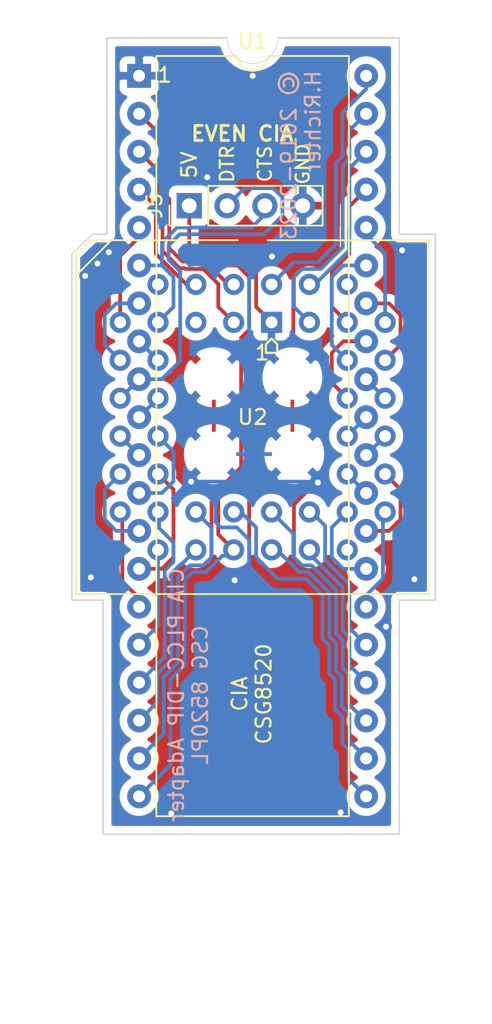
<source format=kicad_pcb>
(kicad_pcb (version 20171130) (host pcbnew "(5.1.6-0)")

  (general
    (thickness 1.6)
    (drawings 27)
    (tracks 308)
    (zones 0)
    (modules 7)
    (nets 41)
  )

  (page A4)
  (layers
    (0 F.Cu signal)
    (31 B.Cu signal)
    (32 B.Adhes user)
    (33 F.Adhes user)
    (34 B.Paste user)
    (35 F.Paste user)
    (36 B.SilkS user)
    (37 F.SilkS user)
    (38 B.Mask user)
    (39 F.Mask user)
    (40 Dwgs.User user)
    (41 Cmts.User user)
    (42 Eco1.User user)
    (43 Eco2.User user)
    (44 Edge.Cuts user)
    (45 Margin user)
    (46 B.CrtYd user)
    (47 F.CrtYd user)
    (48 B.Fab user)
    (49 F.Fab user)
  )

  (setup
    (last_trace_width 0.25)
    (trace_clearance 0.2)
    (zone_clearance 0.508)
    (zone_45_only no)
    (trace_min 0.2)
    (via_size 0.8)
    (via_drill 0.4)
    (via_min_size 0.4)
    (via_min_drill 0.3)
    (uvia_size 0.3)
    (uvia_drill 0.1)
    (uvias_allowed no)
    (uvia_min_size 0.2)
    (uvia_min_drill 0.1)
    (edge_width 0.05)
    (segment_width 0.2)
    (pcb_text_width 0.3)
    (pcb_text_size 1.5 1.5)
    (mod_edge_width 0.12)
    (mod_text_size 1 1)
    (mod_text_width 0.15)
    (pad_size 1.524 1.524)
    (pad_drill 0.762)
    (pad_to_mask_clearance -0.2)
    (pad_to_paste_clearance -0.2)
    (aux_axis_origin 0 0)
    (visible_elements FFFFFF7F)
    (pcbplotparams
      (layerselection 0x010fc_ffffffff)
      (usegerberextensions true)
      (usegerberattributes false)
      (usegerberadvancedattributes false)
      (creategerberjobfile false)
      (excludeedgelayer true)
      (linewidth 0.100000)
      (plotframeref false)
      (viasonmask false)
      (mode 1)
      (useauxorigin false)
      (hpglpennumber 1)
      (hpglpenspeed 20)
      (hpglpendiameter 15.000000)
      (psnegative false)
      (psa4output false)
      (plotreference true)
      (plotvalue true)
      (plotinvisibletext false)
      (padsonsilk false)
      (subtractmaskfromsilk false)
      (outputformat 1)
      (mirror false)
      (drillshape 0)
      (scaleselection 1)
      (outputdirectory "CIA_Gerber/"))
  )

  (net 0 "")
  (net 1 /GND)
  (net 2 /VCC)
  (net 3 /PA4)
  (net 4 /PA7)
  (net 5 /RS2)
  (net 6 /RS3)
  (net 7 /_RST)
  (net 8 /D0)
  (net 9 /D1)
  (net 10 /D2)
  (net 11 /D3)
  (net 12 /D4)
  (net 13 /D5)
  (net 14 /D6)
  (net 15 /D7)
  (net 16 /E)
  (net 17 /_F)
  (net 18 /_CS)
  (net 19 /_W)
  (net 20 /_INT)
  (net 21 /TICK)
  (net 22 /PC)
  (net 23 /PB7)
  (net 24 /PB6)
  (net 25 /PB5)
  (net 26 /PB4)
  (net 27 /PB3)
  (net 28 /PB2)
  (net 29 /PB1)
  (net 30 /PB0)
  (net 31 /PA6)
  (net 32 /PA5)
  (net 33 /PA3)
  (net 34 /RS1)
  (net 35 /RS0)
  (net 36 /S)
  (net 37 /C)
  (net 38 /PA2)
  (net 39 /PA1)
  (net 40 /PA0)

  (net_class Default "Dies ist die voreingestellte Netzklasse."
    (clearance 0.2)
    (trace_width 0.25)
    (via_dia 0.8)
    (via_drill 0.4)
    (uvia_dia 0.3)
    (uvia_drill 0.1)
    (add_net /C)
    (add_net /D0)
    (add_net /D1)
    (add_net /D2)
    (add_net /D3)
    (add_net /D4)
    (add_net /D5)
    (add_net /D6)
    (add_net /D7)
    (add_net /E)
    (add_net /GND)
    (add_net /PA0)
    (add_net /PA1)
    (add_net /PA2)
    (add_net /PA3)
    (add_net /PA4)
    (add_net /PA5)
    (add_net /PA6)
    (add_net /PA7)
    (add_net /PB0)
    (add_net /PB1)
    (add_net /PB2)
    (add_net /PB3)
    (add_net /PB4)
    (add_net /PB5)
    (add_net /PB6)
    (add_net /PB7)
    (add_net /PC)
    (add_net /RS0)
    (add_net /RS1)
    (add_net /RS2)
    (add_net /RS3)
    (add_net /S)
    (add_net /TICK)
    (add_net /VCC)
    (add_net /_CS)
    (add_net /_F)
    (add_net /_INT)
    (add_net /_RST)
    (add_net /_W)
  )

  (module Connector_PinHeader_2.54mm:PinHeader_1x04_P2.54mm_Vertical (layer F.Cu) (tedit 59FED5CC) (tstamp 6403BFF8)
    (at 33.02 39.1795 90)
    (descr "Through hole straight pin header, 1x04, 2.54mm pitch, single row")
    (tags "Through hole pin header THT 1x04 2.54mm single row")
    (path /6405B899)
    (fp_text reference J5 (at 0 -2.33 90) (layer F.SilkS)
      (effects (font (size 1 1) (thickness 0.15)))
    )
    (fp_text value Conn_01x04 (at 0 9.95 90) (layer F.Fab)
      (effects (font (size 1 1) (thickness 0.15)))
    )
    (fp_line (start 1.8 -1.8) (end -1.8 -1.8) (layer F.CrtYd) (width 0.05))
    (fp_line (start 1.8 9.4) (end 1.8 -1.8) (layer F.CrtYd) (width 0.05))
    (fp_line (start -1.8 9.4) (end 1.8 9.4) (layer F.CrtYd) (width 0.05))
    (fp_line (start -1.8 -1.8) (end -1.8 9.4) (layer F.CrtYd) (width 0.05))
    (fp_line (start -1.33 -1.33) (end 0 -1.33) (layer F.SilkS) (width 0.12))
    (fp_line (start -1.33 0) (end -1.33 -1.33) (layer F.SilkS) (width 0.12))
    (fp_line (start -1.33 1.27) (end 1.33 1.27) (layer F.SilkS) (width 0.12))
    (fp_line (start 1.33 1.27) (end 1.33 8.95) (layer F.SilkS) (width 0.12))
    (fp_line (start -1.33 1.27) (end -1.33 8.95) (layer F.SilkS) (width 0.12))
    (fp_line (start -1.33 8.95) (end 1.33 8.95) (layer F.SilkS) (width 0.12))
    (fp_line (start -1.27 -0.635) (end -0.635 -1.27) (layer F.Fab) (width 0.1))
    (fp_line (start -1.27 8.89) (end -1.27 -0.635) (layer F.Fab) (width 0.1))
    (fp_line (start 1.27 8.89) (end -1.27 8.89) (layer F.Fab) (width 0.1))
    (fp_line (start 1.27 -1.27) (end 1.27 8.89) (layer F.Fab) (width 0.1))
    (fp_line (start -0.635 -1.27) (end 1.27 -1.27) (layer F.Fab) (width 0.1))
    (fp_text user %R (at 0 3.81) (layer F.Fab)
      (effects (font (size 1 1) (thickness 0.15)))
    )
    (pad 4 thru_hole oval (at 0 7.62 90) (size 1.7 1.7) (drill 1) (layers *.Cu *.Mask)
      (net 1 /GND))
    (pad 3 thru_hole oval (at 0 5.08 90) (size 1.7 1.7) (drill 1) (layers *.Cu *.Mask)
      (net 3 /PA4))
    (pad 2 thru_hole oval (at 0 2.54 90) (size 1.7 1.7) (drill 1) (layers *.Cu *.Mask)
      (net 4 /PA7))
    (pad 1 thru_hole rect (at 0 0 90) (size 1.7 1.7) (drill 1) (layers *.Cu *.Mask)
      (net 2 /VCC))
    (model ${KISYS3DMOD}/Connector_PinHeader_2.54mm.3dshapes/PinHeader_1x04_P2.54mm_Vertical.wrl
      (at (xyz 0 0 0))
      (scale (xyz 1 1 1))
      (rotate (xyz 0 0 0))
    )
  )

  (module Package_DIP:DIP-40_W15.24mm (layer F.Cu) (tedit 5A02E8C5) (tstamp 6403D5CF)
    (at 29.6545 30.48)
    (descr "40-lead though-hole mounted DIP package, row spacing 15.24 mm (600 mils)")
    (tags "THT DIP DIL PDIP 2.54mm 15.24mm 600mil")
    (path /640445B0)
    (fp_text reference U1 (at 7.62 -2.33) (layer F.SilkS)
      (effects (font (size 1 1) (thickness 0.15)))
    )
    (fp_text value CIA8520_DIP (at 7.62 50.59) (layer F.Fab)
      (effects (font (size 1 1) (thickness 0.15)))
    )
    (fp_line (start 16.3 -1.55) (end -1.05 -1.55) (layer F.CrtYd) (width 0.05))
    (fp_line (start 16.3 49.8) (end 16.3 -1.55) (layer F.CrtYd) (width 0.05))
    (fp_line (start -1.05 49.8) (end 16.3 49.8) (layer F.CrtYd) (width 0.05))
    (fp_line (start -1.05 -1.55) (end -1.05 49.8) (layer F.CrtYd) (width 0.05))
    (fp_line (start 14.08 -1.33) (end 8.62 -1.33) (layer F.SilkS) (width 0.12))
    (fp_line (start 14.08 49.59) (end 14.08 -1.33) (layer F.SilkS) (width 0.12))
    (fp_line (start 1.16 49.59) (end 14.08 49.59) (layer F.SilkS) (width 0.12))
    (fp_line (start 1.16 -1.33) (end 1.16 49.59) (layer F.SilkS) (width 0.12))
    (fp_line (start 6.62 -1.33) (end 1.16 -1.33) (layer F.SilkS) (width 0.12))
    (fp_line (start 0.255 -0.27) (end 1.255 -1.27) (layer F.Fab) (width 0.1))
    (fp_line (start 0.255 49.53) (end 0.255 -0.27) (layer F.Fab) (width 0.1))
    (fp_line (start 14.985 49.53) (end 0.255 49.53) (layer F.Fab) (width 0.1))
    (fp_line (start 14.985 -1.27) (end 14.985 49.53) (layer F.Fab) (width 0.1))
    (fp_line (start 1.255 -1.27) (end 14.985 -1.27) (layer F.Fab) (width 0.1))
    (fp_text user %R (at 7.62 24.13) (layer F.Fab)
      (effects (font (size 1 1) (thickness 0.15)))
    )
    (fp_arc (start 7.62 -1.33) (end 6.62 -1.33) (angle -180) (layer F.SilkS) (width 0.12))
    (pad 40 thru_hole oval (at 15.24 0) (size 1.6 1.6) (drill 0.8) (layers *.Cu *.Mask)
      (net 37 /C))
    (pad 20 thru_hole oval (at 0 48.26) (size 1.6 1.6) (drill 0.8) (layers *.Cu *.Mask)
      (net 2 /VCC))
    (pad 39 thru_hole oval (at 15.24 2.54) (size 1.6 1.6) (drill 0.8) (layers *.Cu *.Mask)
      (net 36 /S))
    (pad 19 thru_hole oval (at 0 45.72) (size 1.6 1.6) (drill 0.8) (layers *.Cu *.Mask)
      (net 21 /TICK))
    (pad 38 thru_hole oval (at 15.24 5.08) (size 1.6 1.6) (drill 0.8) (layers *.Cu *.Mask)
      (net 35 /RS0))
    (pad 18 thru_hole oval (at 0 43.18) (size 1.6 1.6) (drill 0.8) (layers *.Cu *.Mask)
      (net 22 /PC))
    (pad 37 thru_hole oval (at 15.24 7.62) (size 1.6 1.6) (drill 0.8) (layers *.Cu *.Mask)
      (net 34 /RS1))
    (pad 17 thru_hole oval (at 0 40.64) (size 1.6 1.6) (drill 0.8) (layers *.Cu *.Mask)
      (net 23 /PB7))
    (pad 36 thru_hole oval (at 15.24 10.16) (size 1.6 1.6) (drill 0.8) (layers *.Cu *.Mask)
      (net 5 /RS2))
    (pad 16 thru_hole oval (at 0 38.1) (size 1.6 1.6) (drill 0.8) (layers *.Cu *.Mask)
      (net 24 /PB6))
    (pad 35 thru_hole oval (at 15.24 12.7) (size 1.6 1.6) (drill 0.8) (layers *.Cu *.Mask)
      (net 6 /RS3))
    (pad 15 thru_hole oval (at 0 35.56) (size 1.6 1.6) (drill 0.8) (layers *.Cu *.Mask)
      (net 25 /PB5))
    (pad 34 thru_hole oval (at 15.24 15.24) (size 1.6 1.6) (drill 0.8) (layers *.Cu *.Mask)
      (net 7 /_RST))
    (pad 14 thru_hole oval (at 0 33.02) (size 1.6 1.6) (drill 0.8) (layers *.Cu *.Mask)
      (net 26 /PB4))
    (pad 33 thru_hole oval (at 15.24 17.78) (size 1.6 1.6) (drill 0.8) (layers *.Cu *.Mask)
      (net 8 /D0))
    (pad 13 thru_hole oval (at 0 30.48) (size 1.6 1.6) (drill 0.8) (layers *.Cu *.Mask)
      (net 27 /PB3))
    (pad 32 thru_hole oval (at 15.24 20.32) (size 1.6 1.6) (drill 0.8) (layers *.Cu *.Mask)
      (net 9 /D1))
    (pad 12 thru_hole oval (at 0 27.94) (size 1.6 1.6) (drill 0.8) (layers *.Cu *.Mask)
      (net 28 /PB2))
    (pad 31 thru_hole oval (at 15.24 22.86) (size 1.6 1.6) (drill 0.8) (layers *.Cu *.Mask)
      (net 10 /D2))
    (pad 11 thru_hole oval (at 0 25.4) (size 1.6 1.6) (drill 0.8) (layers *.Cu *.Mask)
      (net 29 /PB1))
    (pad 30 thru_hole oval (at 15.24 25.4) (size 1.6 1.6) (drill 0.8) (layers *.Cu *.Mask)
      (net 11 /D3))
    (pad 10 thru_hole oval (at 0 22.86) (size 1.6 1.6) (drill 0.8) (layers *.Cu *.Mask)
      (net 30 /PB0))
    (pad 29 thru_hole oval (at 15.24 27.94) (size 1.6 1.6) (drill 0.8) (layers *.Cu *.Mask)
      (net 12 /D4))
    (pad 9 thru_hole oval (at 0 20.32) (size 1.6 1.6) (drill 0.8) (layers *.Cu *.Mask)
      (net 4 /PA7))
    (pad 28 thru_hole oval (at 15.24 30.48) (size 1.6 1.6) (drill 0.8) (layers *.Cu *.Mask)
      (net 13 /D5))
    (pad 8 thru_hole oval (at 0 17.78) (size 1.6 1.6) (drill 0.8) (layers *.Cu *.Mask)
      (net 31 /PA6))
    (pad 27 thru_hole oval (at 15.24 33.02) (size 1.6 1.6) (drill 0.8) (layers *.Cu *.Mask)
      (net 14 /D6))
    (pad 7 thru_hole oval (at 0 15.24) (size 1.6 1.6) (drill 0.8) (layers *.Cu *.Mask)
      (net 32 /PA5))
    (pad 26 thru_hole oval (at 15.24 35.56) (size 1.6 1.6) (drill 0.8) (layers *.Cu *.Mask)
      (net 15 /D7))
    (pad 6 thru_hole oval (at 0 12.7) (size 1.6 1.6) (drill 0.8) (layers *.Cu *.Mask)
      (net 3 /PA4))
    (pad 25 thru_hole oval (at 15.24 38.1) (size 1.6 1.6) (drill 0.8) (layers *.Cu *.Mask)
      (net 16 /E))
    (pad 5 thru_hole oval (at 0 10.16) (size 1.6 1.6) (drill 0.8) (layers *.Cu *.Mask)
      (net 33 /PA3))
    (pad 24 thru_hole oval (at 15.24 40.64) (size 1.6 1.6) (drill 0.8) (layers *.Cu *.Mask)
      (net 17 /_F))
    (pad 4 thru_hole oval (at 0 7.62) (size 1.6 1.6) (drill 0.8) (layers *.Cu *.Mask)
      (net 38 /PA2))
    (pad 23 thru_hole oval (at 15.24 43.18) (size 1.6 1.6) (drill 0.8) (layers *.Cu *.Mask)
      (net 18 /_CS))
    (pad 3 thru_hole oval (at 0 5.08) (size 1.6 1.6) (drill 0.8) (layers *.Cu *.Mask)
      (net 39 /PA1))
    (pad 22 thru_hole oval (at 15.24 45.72) (size 1.6 1.6) (drill 0.8) (layers *.Cu *.Mask)
      (net 19 /_W))
    (pad 2 thru_hole oval (at 0 2.54) (size 1.6 1.6) (drill 0.8) (layers *.Cu *.Mask)
      (net 40 /PA0))
    (pad 21 thru_hole oval (at 15.24 48.26) (size 1.6 1.6) (drill 0.8) (layers *.Cu *.Mask)
      (net 20 /_INT))
    (pad 1 thru_hole rect (at 0 0) (size 1.6 1.6) (drill 0.8) (layers *.Cu *.Mask)
      (net 1 /GND))
    (model ${KISYS3DMOD}/Package_DIP.3dshapes/DIP-40_W15.24mm.wrl
      (at (xyz 0 0 0))
      (scale (xyz 1 1 1))
      (rotate (xyz 0 0 0))
    )
  )

  (module Package_LCC:PLCC-44_THT-Socket (layer F.Cu) (tedit 5A02ECC8) (tstamp 6403BE58)
    (at 38.5445 46.99)
    (descr "PLCC, 44 pins, through hole")
    (tags "plcc leaded")
    (path /640408FD)
    (fp_text reference U2 (at -1.27 6.35) (layer F.SilkS)
      (effects (font (size 1 1) (thickness 0.15)))
    )
    (fp_text value CIA8520_PLCC (at -1.27 19.1) (layer F.Fab)
      (effects (font (size 1 1) (thickness 0.15)))
    )
    (fp_line (start -12.02 -5.4) (end -13.02 -4.4) (layer F.Fab) (width 0.1))
    (fp_line (start -13.02 -4.4) (end -13.02 18.1) (layer F.Fab) (width 0.1))
    (fp_line (start -13.02 18.1) (end 10.48 18.1) (layer F.Fab) (width 0.1))
    (fp_line (start 10.48 18.1) (end 10.48 -5.4) (layer F.Fab) (width 0.1))
    (fp_line (start 10.48 -5.4) (end -12.02 -5.4) (layer F.Fab) (width 0.1))
    (fp_line (start -13.52 -5.9) (end -13.52 18.6) (layer F.CrtYd) (width 0.05))
    (fp_line (start -13.52 18.6) (end 10.98 18.6) (layer F.CrtYd) (width 0.05))
    (fp_line (start 10.98 18.6) (end 10.98 -5.9) (layer F.CrtYd) (width 0.05))
    (fp_line (start 10.98 -5.9) (end -13.52 -5.9) (layer F.CrtYd) (width 0.05))
    (fp_line (start -10.48 -2.86) (end -10.48 15.56) (layer F.Fab) (width 0.1))
    (fp_line (start -10.48 15.56) (end 7.94 15.56) (layer F.Fab) (width 0.1))
    (fp_line (start 7.94 15.56) (end 7.94 -2.86) (layer F.Fab) (width 0.1))
    (fp_line (start 7.94 -2.86) (end -10.48 -2.86) (layer F.Fab) (width 0.1))
    (fp_line (start -1.77 -5.4) (end -1.27 -4.4) (layer F.Fab) (width 0.1))
    (fp_line (start -1.27 -4.4) (end -0.77 -5.4) (layer F.Fab) (width 0.1))
    (fp_line (start -2.27 -5.5) (end -12.12 -5.5) (layer F.SilkS) (width 0.12))
    (fp_line (start -12.12 -5.5) (end -13.12 -4.5) (layer F.SilkS) (width 0.12))
    (fp_line (start -13.12 -4.5) (end -13.12 18.2) (layer F.SilkS) (width 0.12))
    (fp_line (start -13.12 18.2) (end 10.58 18.2) (layer F.SilkS) (width 0.12))
    (fp_line (start 10.58 18.2) (end 10.58 -5.5) (layer F.SilkS) (width 0.12))
    (fp_line (start 10.58 -5.5) (end -0.27 -5.5) (layer F.SilkS) (width 0.12))
    (fp_text user %R (at -1.27 6.35) (layer F.Fab)
      (effects (font (size 1 1) (thickness 0.15)))
    )
    (pad 39 thru_hole circle (at 7.62 0) (size 1.4224 1.4224) (drill 0.8) (layers *.Cu *.Mask)
      (net 5 /RS2))
    (pad 37 thru_hole circle (at 7.62 2.54) (size 1.4224 1.4224) (drill 0.8) (layers *.Cu *.Mask)
      (net 7 /_RST))
    (pad 35 thru_hole circle (at 7.62 5.08) (size 1.4224 1.4224) (drill 0.8) (layers *.Cu *.Mask)
      (net 9 /D1))
    (pad 33 thru_hole circle (at 7.62 7.62) (size 1.4224 1.4224) (drill 0.8) (layers *.Cu *.Mask)
      (net 11 /D3))
    (pad 31 thru_hole circle (at 7.62 10.16) (size 1.4224 1.4224) (drill 0.8) (layers *.Cu *.Mask)
      (net 13 /D5))
    (pad 40 thru_hole circle (at 5.08 -2.54) (size 1.4224 1.4224) (drill 0.8) (layers *.Cu *.Mask))
    (pad 38 thru_hole circle (at 5.08 2.54) (size 1.4224 1.4224) (drill 0.8) (layers *.Cu *.Mask)
      (net 6 /RS3))
    (pad 36 thru_hole circle (at 5.08 5.08) (size 1.4224 1.4224) (drill 0.8) (layers *.Cu *.Mask)
      (net 8 /D0))
    (pad 34 thru_hole circle (at 5.08 7.62) (size 1.4224 1.4224) (drill 0.8) (layers *.Cu *.Mask)
      (net 10 /D2))
    (pad 32 thru_hole circle (at 5.08 10.16) (size 1.4224 1.4224) (drill 0.8) (layers *.Cu *.Mask)
      (net 12 /D4))
    (pad 30 thru_hole circle (at 5.08 12.7) (size 1.4224 1.4224) (drill 0.8) (layers *.Cu *.Mask)
      (net 14 /D6))
    (pad 28 thru_hole circle (at 5.08 15.24) (size 1.4224 1.4224) (drill 0.8) (layers *.Cu *.Mask))
    (pad 26 thru_hole circle (at 2.54 15.24) (size 1.4224 1.4224) (drill 0.8) (layers *.Cu *.Mask)
      (net 17 /_F))
    (pad 24 thru_hole circle (at 0 15.24) (size 1.4224 1.4224) (drill 0.8) (layers *.Cu *.Mask)
      (net 19 /_W))
    (pad 22 thru_hole circle (at -2.54 15.24) (size 1.4224 1.4224) (drill 0.8) (layers *.Cu *.Mask)
      (net 2 /VCC))
    (pad 20 thru_hole circle (at -5.08 15.24) (size 1.4224 1.4224) (drill 0.8) (layers *.Cu *.Mask)
      (net 22 /PC))
    (pad 18 thru_hole circle (at -7.62 15.24) (size 1.4224 1.4224) (drill 0.8) (layers *.Cu *.Mask)
      (net 24 /PB6))
    (pad 29 thru_hole circle (at 7.62 12.7) (size 1.4224 1.4224) (drill 0.8) (layers *.Cu *.Mask)
      (net 15 /D7))
    (pad 27 thru_hole circle (at 2.54 12.7) (size 1.4224 1.4224) (drill 0.8) (layers *.Cu *.Mask)
      (net 16 /E))
    (pad 25 thru_hole circle (at 0 12.7) (size 1.4224 1.4224) (drill 0.8) (layers *.Cu *.Mask)
      (net 18 /_CS))
    (pad 23 thru_hole circle (at -2.54 12.7) (size 1.4224 1.4224) (drill 0.8) (layers *.Cu *.Mask)
      (net 20 /_INT))
    (pad 21 thru_hole circle (at -5.08 12.7) (size 1.4224 1.4224) (drill 0.8) (layers *.Cu *.Mask)
      (net 21 /TICK))
    (pad 19 thru_hole circle (at -7.62 12.7) (size 1.4224 1.4224) (drill 0.8) (layers *.Cu *.Mask)
      (net 23 /PB7))
    (pad 17 thru_hole circle (at -10.16 12.7) (size 1.4224 1.4224) (drill 0.8) (layers *.Cu *.Mask)
      (net 25 /PB5))
    (pad 15 thru_hole circle (at -10.16 10.16) (size 1.4224 1.4224) (drill 0.8) (layers *.Cu *.Mask)
      (net 27 /PB3))
    (pad 13 thru_hole circle (at -10.16 7.62) (size 1.4224 1.4224) (drill 0.8) (layers *.Cu *.Mask)
      (net 29 /PB1))
    (pad 11 thru_hole circle (at -10.16 5.08) (size 1.4224 1.4224) (drill 0.8) (layers *.Cu *.Mask)
      (net 4 /PA7))
    (pad 9 thru_hole circle (at -10.16 2.54) (size 1.4224 1.4224) (drill 0.8) (layers *.Cu *.Mask)
      (net 32 /PA5))
    (pad 7 thru_hole circle (at -10.16 0) (size 1.4224 1.4224) (drill 0.8) (layers *.Cu *.Mask)
      (net 33 /PA3))
    (pad 16 thru_hole circle (at -7.62 10.16) (size 1.4224 1.4224) (drill 0.8) (layers *.Cu *.Mask)
      (net 26 /PB4))
    (pad 14 thru_hole circle (at -7.62 7.62) (size 1.4224 1.4224) (drill 0.8) (layers *.Cu *.Mask)
      (net 28 /PB2))
    (pad 12 thru_hole circle (at -7.62 5.08) (size 1.4224 1.4224) (drill 0.8) (layers *.Cu *.Mask)
      (net 30 /PB0))
    (pad 10 thru_hole circle (at -7.62 2.54) (size 1.4224 1.4224) (drill 0.8) (layers *.Cu *.Mask)
      (net 31 /PA6))
    (pad 8 thru_hole circle (at -7.62 0) (size 1.4224 1.4224) (drill 0.8) (layers *.Cu *.Mask)
      (net 3 /PA4))
    (pad 42 thru_hole circle (at 2.54 -2.54) (size 1.4224 1.4224) (drill 0.8) (layers *.Cu *.Mask)
      (net 35 /RS0))
    (pad 44 thru_hole circle (at 0 -2.54) (size 1.4224 1.4224) (drill 0.8) (layers *.Cu *.Mask)
      (net 37 /C))
    (pad 6 thru_hole circle (at -7.62 -2.54) (size 1.4224 1.4224) (drill 0.8) (layers *.Cu *.Mask))
    (pad 4 thru_hole circle (at -5.08 -2.54) (size 1.4224 1.4224) (drill 0.8) (layers *.Cu *.Mask)
      (net 38 /PA2))
    (pad 2 thru_hole circle (at -2.54 -2.54) (size 1.4224 1.4224) (drill 0.8) (layers *.Cu *.Mask)
      (net 40 /PA0))
    (pad 41 thru_hole circle (at 5.08 0) (size 1.4224 1.4224) (drill 0.8) (layers *.Cu *.Mask)
      (net 34 /RS1))
    (pad 43 thru_hole circle (at 2.54 0) (size 1.4224 1.4224) (drill 0.8) (layers *.Cu *.Mask)
      (net 36 /S))
    (pad 5 thru_hole circle (at -5.08 0) (size 1.4224 1.4224) (drill 0.8) (layers *.Cu *.Mask))
    (pad 3 thru_hole circle (at -2.54 0) (size 1.4224 1.4224) (drill 0.8) (layers *.Cu *.Mask)
      (net 39 /PA1))
    (pad 1 thru_hole rect (at 0 0) (size 1.4224 1.4224) (drill 0.8) (layers *.Cu *.Mask)
      (net 1 /GND))
    (model ${KISYS3DMOD}/Package_LCC.3dshapes/PLCC-44_THT-Socket.wrl
      (at (xyz 0 0 0))
      (scale (xyz 1 1 1))
      (rotate (xyz 0 0 0))
    )
  )

  (module MountingHole:MountingHole_3mm (layer F.Cu) (tedit 56D1B4CB) (tstamp 5E03CED3)
    (at 34.671 50.673)
    (descr "Mounting Hole 3mm, no annular")
    (tags "mounting hole 3mm no annular")
    (path /5E055CB9)
    (attr virtual)
    (fp_text reference J2 (at 0 -4) (layer F.SilkS) hide
      (effects (font (size 1 1) (thickness 0.15)))
    )
    (fp_text value Conn_01x01 (at 0 4) (layer F.Fab)
      (effects (font (size 1 1) (thickness 0.15)))
    )
    (fp_circle (center 0 0) (end 3 0) (layer Cmts.User) (width 0.15))
    (fp_circle (center 0 0) (end 3.25 0) (layer F.CrtYd) (width 0.05))
    (fp_text user %R (at 0 0.1905) (layer F.Fab)
      (effects (font (size 1 1) (thickness 0.15)))
    )
    (pad 1 np_thru_hole circle (at 0 0) (size 3 3) (drill 3) (layers *.Cu *.Mask)
      (net 1 /GND))
  )

  (module MountingHole:MountingHole_3mm (layer F.Cu) (tedit 56D1B4CB) (tstamp 6403A9DC)
    (at 40.0685 55.8165)
    (descr "Mounting Hole 3mm, no annular")
    (tags "mounting hole 3mm no annular")
    (path /5E056143)
    (attr virtual)
    (fp_text reference J4 (at 0 -4) (layer F.SilkS) hide
      (effects (font (size 1 1) (thickness 0.15)))
    )
    (fp_text value Conn_01x01 (at 0 4) (layer F.Fab)
      (effects (font (size 1 1) (thickness 0.15)))
    )
    (fp_circle (center 0 0) (end 3 0) (layer Cmts.User) (width 0.15))
    (fp_circle (center 0 0) (end 3.25 0) (layer F.CrtYd) (width 0.05))
    (fp_text user %R (at 0 0.762) (layer F.Fab)
      (effects (font (size 1 1) (thickness 0.15)))
    )
    (pad 1 np_thru_hole circle (at 0 0) (size 3 3) (drill 3) (layers *.Cu *.Mask)
      (net 1 /GND))
  )

  (module MountingHole:MountingHole_3mm (layer F.Cu) (tedit 56D1B4CB) (tstamp 5E03CEDB)
    (at 34.671 55.8165)
    (descr "Mounting Hole 3mm, no annular")
    (tags "mounting hole 3mm no annular")
    (path /5E055F22)
    (attr virtual)
    (fp_text reference J3 (at 0 -4) (layer F.SilkS) hide
      (effects (font (size 1 1) (thickness 0.15)))
    )
    (fp_text value Conn_01x01 (at 0 4) (layer F.Fab)
      (effects (font (size 1 1) (thickness 0.15)))
    )
    (fp_circle (center 0 0) (end 3 0) (layer Cmts.User) (width 0.15))
    (fp_circle (center 0 0) (end 3.25 0) (layer F.CrtYd) (width 0.05))
    (fp_text user %R (at 0.3 0) (layer F.Fab)
      (effects (font (size 1 1) (thickness 0.15)))
    )
    (pad 1 np_thru_hole circle (at 0 0) (size 3 3) (drill 3) (layers *.Cu *.Mask)
      (net 1 /GND))
  )

  (module MountingHole:MountingHole_3mm (layer F.Cu) (tedit 56D1B4CB) (tstamp 64045228)
    (at 39.9415 50.673)
    (descr "Mounting Hole 3mm, no annular")
    (tags "mounting hole 3mm no annular")
    (path /5E05583E)
    (attr virtual)
    (fp_text reference J1 (at 0 -4) (layer F.SilkS) hide
      (effects (font (size 1 1) (thickness 0.15)))
    )
    (fp_text value Conn_01x01 (at 0 4) (layer F.Fab)
      (effects (font (size 1 1) (thickness 0.15)))
    )
    (fp_circle (center 0 0) (end 3 0) (layer Cmts.User) (width 0.15))
    (fp_circle (center 0 0) (end 3.25 0) (layer F.CrtYd) (width 0.05))
    (fp_text user %R (at 0 -1.9685) (layer F.Fab)
      (effects (font (size 1 1) (thickness 0.15)))
    )
    (pad 1 np_thru_hole circle (at 0 0) (size 3 3) (drill 3) (layers *.Cu *.Mask)
      (net 1 /GND))
  )

  (gr_text "EVEN CIA" (at 36.576 34.3535) (layer F.SilkS)
    (effects (font (size 1 1) (thickness 0.2)))
  )
  (gr_text 5V (at 33.02 36.449 90) (layer F.SilkS)
    (effects (font (size 1 1) (thickness 0.15)))
  )
  (gr_text CTS (at 38.1 36.3855 90) (layer F.SilkS)
    (effects (font (size 0.9 0.9) (thickness 0.15)))
  )
  (gr_text DTR (at 35.56 36.3855 90) (layer F.SilkS)
    (effects (font (size 0.9 0.9) (thickness 0.15)))
  )
  (gr_text GND (at 40.64 36.3855 90) (layer F.SilkS)
    (effects (font (size 0.9 0.9) (thickness 0.15)))
  )
  (gr_text ⌂ (at 38.5445 48.5775) (layer F.SilkS)
    (effects (font (size 1 1) (thickness 0.15)))
  )
  (gr_text 1 (at 37.9095 49.022) (layer F.SilkS)
    (effects (font (size 1 1) (thickness 0.15)))
  )
  (gr_text 1 (at 31.369 30.4165) (layer F.SilkS)
    (effects (font (size 1 1) (thickness 0.15)))
  )
  (gr_text "CIA\nCSG8520" (at 37.211 71.882 90) (layer F.SilkS)
    (effects (font (size 1 1) (thickness 0.15)))
  )
  (gr_text "CIA PLCC-DIP Adapter\nCSG 8520PL" (at 32.9565 71.9455 90) (layer B.SilkS)
    (effects (font (size 1 1) (thickness 0.15)) (justify mirror))
  )
  (gr_line (start 25.527 43.7515) (end 27.813 41.4655) (layer F.SilkS) (width 0.12))
  (gr_line (start 26.543 41.0845) (end 27.4955 41.0845) (layer Edge.Cuts) (width 0.1) (tstamp 64038DC5))
  (gr_line (start 38.989 27.94) (end 47.117 27.94) (layer Edge.Cuts) (width 0.1) (tstamp 64006D36))
  (gr_arc (start 37.2745 27.94) (end 35.56 27.94) (angle -180) (layer Edge.Cuts) (width 0.05))
  (gr_text "© 2019-2023\nH.Richter" (at 40.513 30.0355 90) (layer B.SilkS)
    (effects (font (size 1 1) (thickness 0.15)) (justify left mirror))
  )
  (gr_line (start 47.117 27.94) (end 47.117 41.0845) (layer Edge.Cuts) (width 0.1))
  (gr_line (start 27.4955 27.94) (end 35.56 27.94) (layer Edge.Cuts) (width 0.1))
  (gr_line (start 27.4955 41.0845) (end 27.4955 27.94) (layer Edge.Cuts) (width 0.1))
  (gr_line (start 25.146 42.418) (end 26.543 41.0845) (layer Edge.Cuts) (width 0.1))
  (gr_line (start 25.146 65.5955) (end 25.146 42.418) (layer Edge.Cuts) (width 0.1))
  (gr_line (start 27.2415 65.5955) (end 25.146 65.5955) (layer Edge.Cuts) (width 0.1))
  (gr_line (start 27.2415 81.28) (end 27.2415 65.5955) (layer Edge.Cuts) (width 0.1))
  (gr_line (start 47.117 81.28) (end 27.2415 81.28) (layer Edge.Cuts) (width 0.1))
  (gr_line (start 47.117 65.5955) (end 47.117 81.28) (layer Edge.Cuts) (width 0.1))
  (gr_line (start 49.53 65.5955) (end 47.117 65.5955) (layer Edge.Cuts) (width 0.1))
  (gr_line (start 49.53 41.0845) (end 49.53 65.5955) (layer Edge.Cuts) (width 0.1))
  (gr_line (start 47.117 41.0845) (end 49.53 41.0845) (layer Edge.Cuts) (width 0.1))

  (via (at 37.2745 30.48) (size 0.8) (drill 0.4) (layers F.Cu B.Cu) (net 1))
  (segment (start 29.6545 30.48) (end 37.2745 30.48) (width 0.25) (layer F.Cu) (net 1))
  (segment (start 37.508299 45.953799) (end 37.508299 43.644701) (width 0.25) (layer F.Cu) (net 1))
  (segment (start 38.5445 46.99) (end 37.508299 45.953799) (width 0.25) (layer F.Cu) (net 1))
  (segment (start 40.64 40.513) (end 40.64 39.1795) (width 0.25) (layer F.Cu) (net 1))
  (segment (start 37.508299 43.644701) (end 38.57625 42.57675) (width 0.25) (layer F.Cu) (net 1))
  (segment (start 38.5445 49.276) (end 39.9415 50.673) (width 0.25) (layer F.Cu) (net 1))
  (segment (start 39.9415 55.6895) (end 40.0685 55.8165) (width 0.25) (layer F.Cu) (net 1))
  (segment (start 39.9415 50.673) (end 39.9415 55.6895) (width 0.25) (layer F.Cu) (net 1))
  (segment (start 34.671 50.673) (end 34.671 55.8165) (width 0.25) (layer F.Cu) (net 1))
  (segment (start 40.0685 55.8165) (end 34.671 55.8165) (width 0.25) (layer B.Cu) (net 1))
  (via (at 33.147 57.658) (size 0.8) (drill 0.4) (layers F.Cu B.Cu) (net 1))
  (via (at 41.656 57.7215) (size 0.8) (drill 0.4) (layers F.Cu B.Cu) (net 1))
  (segment (start 41.5925 57.658) (end 41.656 57.7215) (width 0.25) (layer B.Cu) (net 1))
  (segment (start 33.147 57.658) (end 41.5925 57.658) (width 0.25) (layer B.Cu) (net 1))
  (segment (start 33.147 57.3405) (end 34.671 55.8165) (width 0.25) (layer B.Cu) (net 1))
  (segment (start 33.147 57.658) (end 33.147 57.3405) (width 0.25) (layer B.Cu) (net 1))
  (via (at 46.228 67.3735) (size 0.8) (drill 0.4) (layers F.Cu B.Cu) (net 1))
  (via (at 47.3075 42.164) (size 0.8) (drill 0.4) (layers F.Cu B.Cu) (net 1))
  (segment (start 38.57625 42.57675) (end 40.64 40.513) (width 0.25) (layer F.Cu) (net 1) (tstamp 64045569))
  (via (at 38.57625 42.57675) (size 0.8) (drill 0.4) (layers F.Cu B.Cu) (net 1))
  (via (at 36.068 64.262) (size 0.8) (drill 0.4) (layers F.Cu B.Cu) (net 1))
  (via (at 31.8135 79.883) (size 0.8) (drill 0.4) (layers F.Cu B.Cu) (net 1))
  (via (at 43.18 79.8195) (size 0.8) (drill 0.4) (layers F.Cu B.Cu) (net 1))
  (segment (start 37.040701 58.844299) (end 40.0685 55.8165) (width 0.25) (layer F.Cu) (net 1))
  (segment (start 37.040701 63.289299) (end 37.040701 58.844299) (width 0.25) (layer F.Cu) (net 1))
  (segment (start 36.068 64.262) (end 37.040701 63.289299) (width 0.25) (layer F.Cu) (net 1))
  (segment (start 34.518289 62.712289) (end 34.518289 58.521289) (width 0.25) (layer F.Cu) (net 1))
  (segment (start 36.068 64.262) (end 34.518289 62.712289) (width 0.25) (layer F.Cu) (net 1))
  (segment (start 33.655 57.658) (end 33.147 57.658) (width 0.25) (layer F.Cu) (net 1))
  (segment (start 34.518289 58.521289) (end 33.655 57.658) (width 0.25) (layer F.Cu) (net 1))
  (segment (start 36.068 64.262) (end 39.243 64.262) (width 0.25) (layer F.Cu) (net 1))
  (segment (start 41.519422 57.7215) (end 41.656 57.7215) (width 0.25) (layer F.Cu) (net 1))
  (segment (start 40.048299 59.192623) (end 41.519422 57.7215) (width 0.25) (layer F.Cu) (net 1))
  (segment (start 40.048299 63.456701) (end 40.048299 59.192623) (width 0.25) (layer F.Cu) (net 1))
  (segment (start 39.243 64.262) (end 40.048299 63.456701) (width 0.25) (layer F.Cu) (net 1))
  (segment (start 38.672426 42.57675) (end 40.005 43.909324) (width 0.25) (layer F.Cu) (net 1))
  (segment (start 38.57625 42.57675) (end 38.672426 42.57675) (width 0.25) (layer F.Cu) (net 1))
  (segment (start 40.005 43.909324) (end 40.005 47.8155) (width 0.25) (layer F.Cu) (net 1))
  (segment (start 39.243 48.5775) (end 38.5445 48.5775) (width 0.25) (layer F.Cu) (net 1))
  (segment (start 40.005 47.8155) (end 39.243 48.5775) (width 0.25) (layer F.Cu) (net 1))
  (segment (start 38.5445 48.5775) (end 38.5445 49.276) (width 0.25) (layer F.Cu) (net 1))
  (segment (start 38.5445 46.99) (end 38.5445 48.5775) (width 0.25) (layer F.Cu) (net 1))
  (via (at 34.2265 37.2745) (size 0.8) (drill 0.4) (layers F.Cu B.Cu) (net 1))
  (segment (start 37.040701 43.952623) (end 37.040701 48.747799) (width 0.25) (layer B.Cu) (net 1))
  (segment (start 38.416574 42.57675) (end 37.040701 43.952623) (width 0.25) (layer B.Cu) (net 1))
  (segment (start 38.57625 42.57675) (end 38.416574 42.57675) (width 0.25) (layer B.Cu) (net 1))
  (segment (start 37.040701 48.747799) (end 36.7665 49.022) (width 0.25) (layer B.Cu) (net 1))
  (segment (start 36.322 49.022) (end 34.671 50.673) (width 0.25) (layer B.Cu) (net 1))
  (segment (start 36.7665 49.022) (end 36.322 49.022) (width 0.25) (layer B.Cu) (net 1))
  (segment (start 37.058289 63.271711) (end 36.068 64.262) (width 0.25) (layer B.Cu) (net 1))
  (segment (start 37.058289 61.569289) (end 37.058289 63.271711) (width 0.25) (layer B.Cu) (net 1))
  (segment (start 36.215201 60.726201) (end 37.058289 61.569289) (width 0.25) (layer B.Cu) (net 1))
  (segment (start 35.137111 60.726201) (end 36.215201 60.726201) (width 0.25) (layer B.Cu) (net 1))
  (segment (start 34.798 60.38709) (end 35.137111 60.726201) (width 0.25) (layer B.Cu) (net 1))
  (segment (start 34.798 58.4835) (end 34.798 60.38709) (width 0.25) (layer B.Cu) (net 1))
  (segment (start 35.687 57.5945) (end 34.798 58.4835) (width 0.25) (layer B.Cu) (net 1))
  (segment (start 36.5125 57.5945) (end 35.687 57.5945) (width 0.25) (layer B.Cu) (net 1))
  (segment (start 34.7345 55.8165) (end 36.5125 57.5945) (width 0.25) (layer B.Cu) (net 1))
  (segment (start 34.671 55.8165) (end 34.7345 55.8165) (width 0.25) (layer B.Cu) (net 1))
  (via (at 26.416 64.0715) (size 0.8) (drill 0.4) (layers F.Cu B.Cu) (net 1))
  (via (at 48.133 64.1985) (size 0.8) (drill 0.4) (layers F.Cu B.Cu) (net 1))
  (via (at 26.035 43.8785) (size 0.8) (drill 0.4) (layers F.Cu B.Cu) (net 1))
  (via (at 27.6225 42.291) (size 0.8) (drill 0.4) (layers F.Cu B.Cu) (net 1))
  (via (at 26.8605 43.053) (size 0.8) (drill 0.4) (layers F.Cu B.Cu) (net 1))
  (segment (start 36.0045 62.23) (end 34.968299 61.193799) (width 0.25) (layer F.Cu) (net 2))
  (segment (start 37.040701 43.952623) (end 36.268078 43.18) (width 0.25) (layer F.Cu) (net 2))
  (segment (start 37.040701 47.487377) (end 37.040701 43.952623) (width 0.25) (layer F.Cu) (net 2))
  (segment (start 36.501877 48.026201) (end 37.040701 47.487377) (width 0.25) (layer F.Cu) (net 2))
  (segment (start 35.000898 43.18) (end 34.291378 42.47048) (width 0.25) (layer F.Cu) (net 2))
  (segment (start 36.268078 43.18) (end 35.000898 43.18) (width 0.25) (layer F.Cu) (net 2))
  (segment (start 34.291378 42.47048) (end 33.51698 42.47048) (width 0.25) (layer F.Cu) (net 2))
  (segment (start 33.02 41.9735) (end 33.02 39.1795) (width 0.25) (layer F.Cu) (net 2))
  (segment (start 33.51698 42.47048) (end 33.02 41.9735) (width 0.25) (layer F.Cu) (net 2))
  (segment (start 29.6545 78.74) (end 31.761019 76.633481) (width 0.25) (layer B.Cu) (net 2))
  (segment (start 31.761019 70.922711) (end 32.724538 69.95919) (width 0.25) (layer B.Cu) (net 2))
  (segment (start 31.761019 76.633481) (end 31.761019 70.922711) (width 0.25) (layer B.Cu) (net 2))
  (segment (start 32.724538 69.95919) (end 32.724538 64.241372) (width 0.25) (layer B.Cu) (net 2))
  (segment (start 32.8254 64.14051) (end 32.826811 64.140509) (width 0.25) (layer B.Cu) (net 2))
  (segment (start 32.724538 64.241372) (end 32.8254 64.14051) (width 0.25) (layer B.Cu) (net 2))
  (segment (start 34.148278 63.71621) (end 35.2425 62.621988) (width 0.25) (layer B.Cu) (net 2))
  (segment (start 33.251109 63.716211) (end 34.148278 63.71621) (width 0.25) (layer B.Cu) (net 2))
  (segment (start 32.826811 64.140509) (end 33.251109 63.716211) (width 0.25) (layer B.Cu) (net 2))
  (segment (start 35.612512 62.621988) (end 36.0045 62.23) (width 0.25) (layer B.Cu) (net 2))
  (segment (start 35.2425 62.621988) (end 35.612512 62.621988) (width 0.25) (layer B.Cu) (net 2))
  (segment (start 36.501877 56.686625) (end 36.501877 48.026201) (width 0.25) (layer F.Cu) (net 2))
  (segment (start 34.968299 58.220203) (end 36.501877 56.686625) (width 0.25) (layer F.Cu) (net 2))
  (segment (start 34.968299 61.193799) (end 34.968299 58.220203) (width 0.25) (layer F.Cu) (net 2))
  (segment (start 31.960701 43.952623) (end 31.188078 43.18) (width 0.25) (layer B.Cu) (net 3))
  (segment (start 31.960701 45.953799) (end 31.960701 43.952623) (width 0.25) (layer B.Cu) (net 3))
  (segment (start 31.188078 43.18) (end 29.6545 43.18) (width 0.25) (layer B.Cu) (net 3))
  (segment (start 30.9245 46.99) (end 31.960701 45.953799) (width 0.25) (layer B.Cu) (net 3))
  (segment (start 38.1 39.1795) (end 38.1 39.751) (width 0.25) (layer B.Cu) (net 3))
  (segment (start 38.1 39.751) (end 37.211 40.64) (width 0.25) (layer B.Cu) (net 3))
  (segment (start 37.211 40.64) (end 32.1945 40.64) (width 0.25) (layer B.Cu) (net 3))
  (segment (start 31.188078 41.646422) (end 31.188078 43.18) (width 0.25) (layer B.Cu) (net 3))
  (segment (start 32.1945 40.64) (end 31.188078 41.646422) (width 0.25) (layer B.Cu) (net 3))
  (segment (start 28.3845 52.07) (end 29.6545 50.8) (width 0.25) (layer B.Cu) (net 4))
  (segment (start 36.735001 38.004499) (end 35.56 39.1795) (width 0.25) (layer B.Cu) (net 4))
  (segment (start 39.275001 39.845999) (end 39.275001 38.615499) (width 0.25) (layer B.Cu) (net 4))
  (segment (start 39.275001 38.615499) (end 38.664001 38.004499) (width 0.25) (layer B.Cu) (net 4))
  (segment (start 31.638088 41.832822) (end 32.3809 41.09001) (width 0.25) (layer B.Cu) (net 4))
  (segment (start 31.638088 42.814088) (end 31.638088 41.832822) (width 0.25) (layer B.Cu) (net 4))
  (segment (start 38.664001 38.004499) (end 36.735001 38.004499) (width 0.25) (layer B.Cu) (net 4))
  (segment (start 29.6545 50.8) (end 31.188078 50.8) (width 0.25) (layer B.Cu) (net 4))
  (segment (start 32.41071 43.58671) (end 31.638088 42.814088) (width 0.25) (layer B.Cu) (net 4))
  (segment (start 38.03099 41.09001) (end 39.275001 39.845999) (width 0.25) (layer B.Cu) (net 4))
  (segment (start 32.41071 49.577368) (end 32.41071 43.58671) (width 0.25) (layer B.Cu) (net 4))
  (segment (start 32.3809 41.09001) (end 38.03099 41.09001) (width 0.25) (layer B.Cu) (net 4))
  (segment (start 31.188078 50.8) (end 32.41071 49.577368) (width 0.25) (layer B.Cu) (net 4))
  (segment (start 44.8945 41.0845) (end 46.1645 42.3545) (width 0.25) (layer B.Cu) (net 5))
  (segment (start 44.8945 40.64) (end 44.8945 41.0845) (width 0.25) (layer B.Cu) (net 5))
  (segment (start 46.1645 46.99) (end 46.1645 42.3545) (width 0.25) (layer B.Cu) (net 5))
  (segment (start 43.360922 43.18) (end 44.8945 43.18) (width 0.25) (layer B.Cu) (net 6))
  (segment (start 42.588299 43.952623) (end 43.360922 43.18) (width 0.25) (layer B.Cu) (net 6))
  (segment (start 42.588299 48.493799) (end 42.588299 43.952623) (width 0.25) (layer B.Cu) (net 6))
  (segment (start 43.6245 49.53) (end 42.588299 48.493799) (width 0.25) (layer B.Cu) (net 6))
  (segment (start 46.428078 45.72) (end 44.8945 45.72) (width 0.25) (layer F.Cu) (net 7))
  (segment (start 47.200701 46.492623) (end 46.428078 45.72) (width 0.25) (layer F.Cu) (net 7))
  (segment (start 47.200701 48.493799) (end 47.200701 46.492623) (width 0.25) (layer F.Cu) (net 7))
  (segment (start 46.1645 49.53) (end 47.200701 48.493799) (width 0.25) (layer F.Cu) (net 7))
  (segment (start 43.360922 48.26) (end 44.8945 48.26) (width 0.25) (layer F.Cu) (net 8))
  (segment (start 42.588299 49.032623) (end 43.360922 48.26) (width 0.25) (layer F.Cu) (net 8))
  (segment (start 42.588299 51.033799) (end 42.588299 49.032623) (width 0.25) (layer F.Cu) (net 8))
  (segment (start 43.6245 52.07) (end 42.588299 51.033799) (width 0.25) (layer F.Cu) (net 8))
  (segment (start 44.8945 50.8) (end 46.1645 52.07) (width 0.25) (layer B.Cu) (net 9))
  (segment (start 44.8945 53.34) (end 43.6245 54.61) (width 0.25) (layer B.Cu) (net 10))
  (segment (start 44.8945 55.88) (end 46.1645 54.61) (width 0.25) (layer B.Cu) (net 11))
  (segment (start 43.6245 57.15) (end 44.8945 58.42) (width 0.25) (layer B.Cu) (net 12))
  (segment (start 46.428078 60.96) (end 44.8945 60.96) (width 0.25) (layer F.Cu) (net 13))
  (segment (start 47.200701 60.187377) (end 46.428078 60.96) (width 0.25) (layer F.Cu) (net 13))
  (segment (start 47.200701 58.186201) (end 47.200701 60.187377) (width 0.25) (layer F.Cu) (net 13))
  (segment (start 46.1645 57.15) (end 47.200701 58.186201) (width 0.25) (layer F.Cu) (net 13))
  (segment (start 43.360922 63.5) (end 44.8945 63.5) (width 0.25) (layer B.Cu) (net 14))
  (segment (start 42.588299 62.727377) (end 43.360922 63.5) (width 0.25) (layer B.Cu) (net 14))
  (segment (start 42.588299 60.726201) (end 42.588299 62.727377) (width 0.25) (layer B.Cu) (net 14))
  (segment (start 43.6245 59.69) (end 42.588299 60.726201) (width 0.25) (layer B.Cu) (net 14))
  (segment (start 46.019501 59.834999) (end 46.1645 59.69) (width 0.25) (layer B.Cu) (net 15))
  (segment (start 46.019501 64.152999) (end 46.019501 59.834999) (width 0.25) (layer B.Cu) (net 15))
  (segment (start 44.8945 65.278) (end 46.019501 64.152999) (width 0.25) (layer B.Cu) (net 15))
  (segment (start 44.8945 66.04) (end 44.8945 65.278) (width 0.25) (layer B.Cu) (net 15))
  (segment (start 41.2115 59.69) (end 41.0845 59.69) (width 0.25) (layer B.Cu) (net 16))
  (segment (start 42.13829 62.913778) (end 42.138289 60.616789) (width 0.25) (layer B.Cu) (net 16))
  (segment (start 43.769499 64.544987) (end 42.13829 62.913778) (width 0.25) (layer B.Cu) (net 16))
  (segment (start 43.769499 67.454999) (end 43.769499 64.544987) (width 0.25) (layer B.Cu) (net 16))
  (segment (start 42.138289 60.616789) (end 41.2115 59.69) (width 0.25) (layer B.Cu) (net 16))
  (segment (start 44.8945 68.58) (end 43.769499 67.454999) (width 0.25) (layer B.Cu) (net 16))
  (segment (start 41.0845 62.23) (end 41.0845 62.496398) (width 0.25) (layer B.Cu) (net 17))
  (segment (start 43.319489 64.731387) (end 43.31949 67.6414) (width 0.25) (layer B.Cu) (net 17))
  (segment (start 41.0845 62.496398) (end 43.319489 64.731387) (width 0.25) (layer B.Cu) (net 17))
  (segment (start 43.769499 68.091409) (end 43.769499 69.959001) (width 0.25) (layer B.Cu) (net 17))
  (segment (start 43.31949 67.6414) (end 43.769499 68.091409) (width 0.25) (layer B.Cu) (net 17))
  (segment (start 44.8945 71.084002) (end 44.8945 71.12) (width 0.25) (layer B.Cu) (net 17))
  (segment (start 43.769499 69.959001) (end 44.8945 71.084002) (width 0.25) (layer B.Cu) (net 17))
  (segment (start 44.8945 73.66) (end 44.831 73.66) (width 0.25) (layer B.Cu) (net 18))
  (segment (start 44.831 73.66) (end 43.705294 72.534294) (width 0.25) (layer B.Cu) (net 18))
  (segment (start 43.705294 70.531206) (end 43.319489 70.145401) (width 0.25) (layer B.Cu) (net 18))
  (segment (start 43.705294 72.534294) (end 43.705294 70.531206) (width 0.25) (layer B.Cu) (net 18))
  (segment (start 43.319489 68.277809) (end 42.869481 67.827799) (width 0.25) (layer B.Cu) (net 18))
  (segment (start 43.319489 70.145401) (end 43.319489 68.277809) (width 0.25) (layer B.Cu) (net 18))
  (segment (start 42.869481 67.827799) (end 42.869481 64.917789) (width 0.25) (layer B.Cu) (net 18))
  (segment (start 42.869481 64.917789) (end 41.217893 63.266201) (width 0.25) (layer B.Cu) (net 18))
  (segment (start 40.587123 63.266201) (end 40.005 62.684078) (width 0.25) (layer B.Cu) (net 18))
  (segment (start 41.217893 63.266201) (end 40.587123 63.266201) (width 0.25) (layer B.Cu) (net 18))
  (segment (start 40.005 61.1505) (end 38.5445 59.69) (width 0.25) (layer B.Cu) (net 18))
  (segment (start 40.005 62.684078) (end 40.005 61.1505) (width 0.25) (layer B.Cu) (net 18))
  (segment (start 38.5445 62.23) (end 38.914512 62.23) (width 0.25) (layer B.Cu) (net 19))
  (segment (start 38.914512 62.23) (end 40.400723 63.716211) (width 0.25) (layer B.Cu) (net 19))
  (segment (start 40.400723 63.716211) (end 41.031493 63.716211) (width 0.25) (layer B.Cu) (net 19))
  (segment (start 42.419471 65.104189) (end 42.419471 68.014199) (width 0.25) (layer B.Cu) (net 19))
  (segment (start 41.031493 63.716211) (end 42.419471 65.104189) (width 0.25) (layer B.Cu) (net 19))
  (segment (start 42.869479 68.464207) (end 42.86948 70.331802) (width 0.25) (layer B.Cu) (net 19))
  (segment (start 42.419471 68.014199) (end 42.869479 68.464207) (width 0.25) (layer B.Cu) (net 19))
  (segment (start 43.255284 70.717606) (end 43.255285 72.720695) (width 0.25) (layer B.Cu) (net 19))
  (segment (start 42.86948 70.331802) (end 43.255284 70.717606) (width 0.25) (layer B.Cu) (net 19))
  (segment (start 43.769499 73.234909) (end 43.769499 75.039001) (width 0.25) (layer B.Cu) (net 19))
  (segment (start 43.255285 72.720695) (end 43.769499 73.234909) (width 0.25) (layer B.Cu) (net 19))
  (segment (start 44.8945 76.164002) (end 44.8945 76.2) (width 0.25) (layer B.Cu) (net 19))
  (segment (start 43.769499 75.039001) (end 44.8945 76.164002) (width 0.25) (layer B.Cu) (net 19))
  (segment (start 44.8945 78.74) (end 43.705294 77.550794) (width 0.25) (layer B.Cu) (net 20))
  (segment (start 43.307 75.212912) (end 43.307 73.40882) (width 0.25) (layer B.Cu) (net 20))
  (segment (start 43.705294 75.611206) (end 43.307 75.212912) (width 0.25) (layer B.Cu) (net 20))
  (segment (start 43.705294 77.550794) (end 43.705294 75.611206) (width 0.25) (layer B.Cu) (net 20))
  (segment (start 43.307 73.40882) (end 42.805276 72.907094) (width 0.25) (layer B.Cu) (net 20))
  (segment (start 42.805276 70.904008) (end 42.419471 70.518201) (width 0.25) (layer B.Cu) (net 20))
  (segment (start 42.805276 72.907094) (end 42.805276 70.904008) (width 0.25) (layer B.Cu) (net 20))
  (segment (start 42.419471 68.650609) (end 41.969461 68.200599) (width 0.25) (layer B.Cu) (net 20))
  (segment (start 42.419471 70.518201) (end 42.419471 68.650609) (width 0.25) (layer B.Cu) (net 20))
  (segment (start 41.969461 68.200599) (end 41.969461 65.290589) (width 0.25) (layer B.Cu) (net 20))
  (segment (start 40.845093 64.166221) (end 40.214322 64.16622) (width 0.25) (layer B.Cu) (net 20))
  (segment (start 41.969461 65.290589) (end 40.845093 64.166221) (width 0.25) (layer B.Cu) (net 20))
  (segment (start 37.508299 62.727377) (end 37.508299 60.726201) (width 0.25) (layer B.Cu) (net 20))
  (segment (start 38.947142 64.16622) (end 37.508299 62.727377) (width 0.25) (layer B.Cu) (net 20))
  (segment (start 40.214322 64.16622) (end 38.947142 64.16622) (width 0.25) (layer B.Cu) (net 20))
  (segment (start 36.472098 59.69) (end 36.0045 59.69) (width 0.25) (layer B.Cu) (net 20))
  (segment (start 37.508299 60.726201) (end 36.472098 59.69) (width 0.25) (layer B.Cu) (net 20))
  (segment (start 31.311009 74.543491) (end 29.6545 76.2) (width 0.25) (layer B.Cu) (net 21))
  (segment (start 31.31101 70.73631) (end 31.311009 74.543491) (width 0.25) (layer B.Cu) (net 21))
  (segment (start 32.274529 69.772791) (end 31.31101 70.73631) (width 0.25) (layer B.Cu) (net 21))
  (segment (start 32.639 63.6905) (end 32.27453 64.05497) (width 0.25) (layer B.Cu) (net 21))
  (segment (start 32.64041 63.6905) (end 32.639 63.6905) (width 0.25) (layer B.Cu) (net 21))
  (segment (start 33.064709 63.266201) (end 32.64041 63.6905) (width 0.25) (layer B.Cu) (net 21))
  (segment (start 33.4645 59.69) (end 34.500701 60.726201) (width 0.25) (layer B.Cu) (net 21))
  (segment (start 33.961877 63.266201) (end 33.064709 63.266201) (width 0.25) (layer B.Cu) (net 21))
  (segment (start 32.27453 64.05497) (end 32.274529 69.772791) (width 0.25) (layer B.Cu) (net 21))
  (segment (start 34.500701 62.727377) (end 33.961877 63.266201) (width 0.25) (layer B.Cu) (net 21))
  (segment (start 34.500701 60.726201) (end 34.500701 62.727377) (width 0.25) (layer B.Cu) (net 21))
  (segment (start 29.6545 73.66) (end 30.861 72.4535) (width 0.25) (layer B.Cu) (net 22))
  (segment (start 30.861 70.54991) (end 31.82452 69.58639) (width 0.25) (layer B.Cu) (net 22))
  (segment (start 30.861 72.4535) (end 30.861 70.54991) (width 0.25) (layer B.Cu) (net 22))
  (segment (start 31.82452 69.58639) (end 31.82452 63.80789) (width 0.25) (layer B.Cu) (net 22))
  (segment (start 32.472801 63.221699) (end 33.4645 62.23) (width 0.25) (layer B.Cu) (net 22))
  (segment (start 32.410711 63.221699) (end 32.472801 63.221699) (width 0.25) (layer B.Cu) (net 22))
  (segment (start 31.82452 63.80789) (end 32.410711 63.221699) (width 0.25) (layer B.Cu) (net 22))
  (segment (start 30.997578 59.763078) (end 30.9245 59.69) (width 0.25) (layer B.Cu) (net 23))
  (segment (start 30.997578 60.7695) (end 30.997578 59.763078) (width 0.25) (layer B.Cu) (net 23))
  (segment (start 31.960701 61.732623) (end 30.997578 60.7695) (width 0.25) (layer B.Cu) (net 23))
  (segment (start 31.960701 63.035299) (end 31.960701 61.732623) (width 0.25) (layer B.Cu) (net 23))
  (segment (start 31.37451 63.62149) (end 31.960701 63.035299) (width 0.25) (layer B.Cu) (net 23))
  (segment (start 31.37451 69.39999) (end 31.37451 63.62149) (width 0.25) (layer B.Cu) (net 23))
  (segment (start 29.6545 71.12) (end 31.37451 69.39999) (width 0.25) (layer B.Cu) (net 23))
  (segment (start 30.9245 67.31) (end 29.6545 68.58) (width 0.25) (layer B.Cu) (net 24))
  (segment (start 30.9245 62.23) (end 30.9245 67.31) (width 0.25) (layer B.Cu) (net 24))
  (segment (start 28.529499 59.834999) (end 28.3845 59.69) (width 0.25) (layer F.Cu) (net 25))
  (segment (start 29.6545 65.4685) (end 28.529499 64.343499) (width 0.25) (layer F.Cu) (net 25))
  (segment (start 28.529499 64.343499) (end 28.529499 59.834999) (width 0.25) (layer F.Cu) (net 25))
  (segment (start 29.6545 66.04) (end 29.6545 65.4685) (width 0.25) (layer F.Cu) (net 25))
  (segment (start 31.960701 62.727377) (end 31.188078 63.5) (width 0.25) (layer F.Cu) (net 26))
  (segment (start 31.188078 63.5) (end 29.6545 63.5) (width 0.25) (layer F.Cu) (net 26))
  (segment (start 31.960701 58.186201) (end 31.960701 62.727377) (width 0.25) (layer F.Cu) (net 26))
  (segment (start 30.9245 57.15) (end 31.960701 58.186201) (width 0.25) (layer F.Cu) (net 26))
  (segment (start 28.120922 60.96) (end 29.6545 60.96) (width 0.25) (layer B.Cu) (net 27))
  (segment (start 27.348299 60.187377) (end 28.120922 60.96) (width 0.25) (layer B.Cu) (net 27))
  (segment (start 27.348299 58.186201) (end 27.348299 60.187377) (width 0.25) (layer B.Cu) (net 27))
  (segment (start 28.3845 57.15) (end 27.348299 58.186201) (width 0.25) (layer B.Cu) (net 27))
  (segment (start 31.960701 57.647377) (end 31.960701 55.646201) (width 0.25) (layer B.Cu) (net 28))
  (segment (start 31.960701 55.646201) (end 30.9245 54.61) (width 0.25) (layer B.Cu) (net 28))
  (segment (start 31.188078 58.42) (end 31.960701 57.647377) (width 0.25) (layer B.Cu) (net 28))
  (segment (start 29.6545 58.42) (end 31.188078 58.42) (width 0.25) (layer B.Cu) (net 28))
  (segment (start 29.6545 55.88) (end 28.3845 54.61) (width 0.25) (layer B.Cu) (net 29))
  (segment (start 30.9245 52.07) (end 29.6545 53.34) (width 0.25) (layer B.Cu) (net 30))
  (segment (start 30.9245 49.53) (end 29.6545 48.26) (width 0.25) (layer B.Cu) (net 31))
  (segment (start 28.120922 45.72) (end 29.6545 45.72) (width 0.25) (layer B.Cu) (net 32))
  (segment (start 27.348299 46.492623) (end 28.120922 45.72) (width 0.25) (layer B.Cu) (net 32))
  (segment (start 27.348299 48.493799) (end 27.348299 46.492623) (width 0.25) (layer B.Cu) (net 32))
  (segment (start 28.3845 49.53) (end 27.348299 48.493799) (width 0.25) (layer B.Cu) (net 32))
  (segment (start 28.3845 46.99) (end 28.3845 42.545) (width 0.25) (layer F.Cu) (net 33))
  (segment (start 29.6545 41.275) (end 29.6545 40.64) (width 0.25) (layer F.Cu) (net 33))
  (segment (start 28.3845 42.545) (end 29.6545 41.275) (width 0.25) (layer F.Cu) (net 33))
  (segment (start 42.588299 45.953799) (end 42.588299 43.581201) (width 0.25) (layer F.Cu) (net 34))
  (segment (start 43.6245 46.99) (end 42.588299 45.953799) (width 0.25) (layer F.Cu) (net 34))
  (segment (start 42.588299 43.581201) (end 43.7515 42.418) (width 0.25) (layer F.Cu) (net 34))
  (segment (start 43.769499 40.685501) (end 43.769499 39.225001) (width 0.25) (layer F.Cu) (net 34))
  (segment (start 43.769499 39.225001) (end 44.8945 38.1) (width 0.25) (layer F.Cu) (net 34))
  (segment (start 43.7515 40.7035) (end 43.769499 40.685501) (width 0.25) (layer F.Cu) (net 34))
  (segment (start 43.7515 42.418) (end 43.7515 40.7035) (width 0.25) (layer F.Cu) (net 34))
  (segment (start 43.769499 36.685001) (end 44.8945 35.56) (width 0.25) (layer B.Cu) (net 35))
  (segment (start 43.769499 42.146001) (end 43.769499 36.685001) (width 0.25) (layer B.Cu) (net 35))
  (segment (start 43.185509 42.729991) (end 43.769499 42.146001) (width 0.25) (layer B.Cu) (net 35))
  (segment (start 43.174521 42.729991) (end 43.185509 42.729991) (width 0.25) (layer B.Cu) (net 35))
  (segment (start 41.454512 44.45) (end 43.174521 42.729991) (width 0.25) (layer B.Cu) (net 35))
  (segment (start 41.0845 44.45) (end 41.454512 44.45) (width 0.25) (layer B.Cu) (net 35))
  (segment (start 40.587123 43.413799) (end 41.854303 43.413799) (width 0.25) (layer B.Cu) (net 36))
  (segment (start 40.048299 43.952623) (end 40.587123 43.413799) (width 0.25) (layer B.Cu) (net 36))
  (segment (start 40.048299 45.953799) (end 40.048299 43.952623) (width 0.25) (layer B.Cu) (net 36))
  (segment (start 41.0845 46.99) (end 40.048299 45.953799) (width 0.25) (layer B.Cu) (net 36))
  (segment (start 42.98812 42.279982) (end 42.999108 42.279982) (width 0.25) (layer B.Cu) (net 36))
  (segment (start 41.854303 43.413799) (end 42.98812 42.279982) (width 0.25) (layer B.Cu) (net 36))
  (segment (start 43.319489 41.959601) (end 43.31949 36.4986) (width 0.25) (layer B.Cu) (net 36))
  (segment (start 42.999108 42.279982) (end 43.319489 41.959601) (width 0.25) (layer B.Cu) (net 36))
  (segment (start 43.769499 36.048591) (end 43.769499 35.019999) (width 0.25) (layer B.Cu) (net 36))
  (segment (start 43.31949 36.4986) (end 43.769499 36.048591) (width 0.25) (layer B.Cu) (net 36))
  (segment (start 43.769499 35.019999) (end 43.7515 35.002) (width 0.25) (layer B.Cu) (net 36))
  (segment (start 43.7515 34.163) (end 44.8945 33.02) (width 0.25) (layer B.Cu) (net 36))
  (segment (start 43.7515 35.002) (end 43.7515 34.163) (width 0.25) (layer B.Cu) (net 36))
  (segment (start 40.030711 42.963789) (end 38.5445 44.45) (width 0.25) (layer B.Cu) (net 37))
  (segment (start 42.869481 41.762211) (end 41.667903 42.963789) (width 0.25) (layer B.Cu) (net 37))
  (segment (start 42.869481 36.312201) (end 42.869481 41.762211) (width 0.25) (layer B.Cu) (net 37))
  (segment (start 43.319489 35.862191) (end 42.869481 36.312201) (width 0.25) (layer B.Cu) (net 37))
  (segment (start 43.319489 35.206399) (end 43.319489 35.862191) (width 0.25) (layer B.Cu) (net 37))
  (segment (start 43.30149 35.1884) (end 43.319489 35.206399) (width 0.25) (layer B.Cu) (net 37))
  (segment (start 43.30149 32.948008) (end 43.30149 35.1884) (width 0.25) (layer B.Cu) (net 37))
  (segment (start 44.8945 31.354998) (end 43.30149 32.948008) (width 0.25) (layer B.Cu) (net 37))
  (segment (start 41.667903 42.963789) (end 40.030711 42.963789) (width 0.25) (layer B.Cu) (net 37))
  (segment (start 44.8945 30.48) (end 44.8945 31.354998) (width 0.25) (layer B.Cu) (net 37))
  (segment (start 33.4645 44.45) (end 32.8295 44.45) (width 0.25) (layer F.Cu) (net 38))
  (segment (start 30.779501 39.225001) (end 29.6545 38.1) (width 0.25) (layer F.Cu) (net 38))
  (segment (start 30.779501 42.400001) (end 30.779501 39.225001) (width 0.25) (layer F.Cu) (net 38))
  (segment (start 32.8295 44.45) (end 30.779501 42.400001) (width 0.25) (layer F.Cu) (net 38))
  (segment (start 33.961877 43.413799) (end 32.786201 43.413799) (width 0.25) (layer F.Cu) (net 39))
  (segment (start 34.968299 45.953799) (end 34.968299 44.420221) (width 0.25) (layer F.Cu) (net 39))
  (segment (start 34.968299 44.420221) (end 33.961877 43.413799) (width 0.25) (layer F.Cu) (net 39))
  (segment (start 36.0045 46.99) (end 34.968299 45.953799) (width 0.25) (layer F.Cu) (net 39))
  (segment (start 32.742902 43.3705) (end 32.38641 43.3705) (width 0.25) (layer F.Cu) (net 39))
  (segment (start 32.786201 43.413799) (end 32.742902 43.3705) (width 0.25) (layer F.Cu) (net 39))
  (segment (start 31.229511 42.213601) (end 31.229511 38.913011) (width 0.25) (layer F.Cu) (net 39))
  (segment (start 32.38641 43.3705) (end 31.229511 42.213601) (width 0.25) (layer F.Cu) (net 39))
  (segment (start 31.229511 38.913011) (end 30.861 38.5445) (width 0.25) (layer F.Cu) (net 39))
  (segment (start 30.861 36.7665) (end 29.6545 35.56) (width 0.25) (layer F.Cu) (net 39))
  (segment (start 30.861 38.5445) (end 30.861 36.7665) (width 0.25) (layer F.Cu) (net 39))
  (segment (start 29.6545 33.02) (end 31.31101 34.67651) (width 0.25) (layer F.Cu) (net 40))
  (segment (start 31.31101 38.3581) (end 31.679521 38.726611) (width 0.25) (layer F.Cu) (net 40))
  (segment (start 31.31101 34.67651) (end 31.31101 38.3581) (width 0.25) (layer F.Cu) (net 40))
  (segment (start 31.679521 38.726611) (end 31.679521 42.027201) (width 0.25) (layer F.Cu) (net 40))
  (segment (start 35.634488 44.45) (end 36.0045 44.45) (width 0.25) (layer F.Cu) (net 40))
  (segment (start 32.57281 42.92049) (end 34.104978 42.92049) (width 0.25) (layer F.Cu) (net 40))
  (segment (start 34.104978 42.92049) (end 35.634488 44.45) (width 0.25) (layer F.Cu) (net 40))
  (segment (start 31.679521 42.027201) (end 32.57281 42.92049) (width 0.25) (layer F.Cu) (net 40))

  (zone (net 1) (net_name /GND) (layer F.Cu) (tstamp 640462E5) (hatch edge 0.508)
    (connect_pads (clearance 0.508))
    (min_thickness 0.254)
    (fill yes (arc_segments 32) (thermal_gap 0.508) (thermal_bridge_width 0.508))
    (polygon
      (pts
        (xy 53.34 93.98) (xy 20.32 93.98) (xy 20.32 25.4) (xy 53.34 25.4)
      )
    )
    (filled_polygon
      (pts
        (xy 35.069536 28.814977) (xy 35.093108 28.869973) (xy 35.115897 28.925265) (xy 35.12028 28.933371) (xy 35.281481 29.226593)
        (xy 35.315268 29.275938) (xy 35.34838 29.325776) (xy 35.354254 29.332876) (xy 35.569338 29.589203) (xy 35.612068 29.631047)
        (xy 35.654227 29.673502) (xy 35.661369 29.679326) (xy 35.922145 29.888995) (xy 35.972179 29.921737) (xy 36.02179 29.9552)
        (xy 36.029926 29.959526) (xy 36.32646 30.114551) (xy 36.381925 30.13696) (xy 36.437071 30.160142) (xy 36.445893 30.162805)
        (xy 36.766891 30.257279) (xy 36.825659 30.268489) (xy 36.884246 30.280516) (xy 36.893417 30.281415) (xy 37.226651 30.311742)
        (xy 37.286468 30.311324) (xy 37.346286 30.311742) (xy 37.355457 30.310843) (xy 37.688236 30.275867) (xy 37.746871 30.263831)
        (xy 37.805595 30.252629) (xy 37.814411 30.249967) (xy 37.814415 30.249966) (xy 37.814418 30.249965) (xy 38.134064 30.151017)
        (xy 38.189207 30.127837) (xy 38.24467 30.105429) (xy 38.252806 30.101103) (xy 38.547147 29.941953) (xy 38.596721 29.908515)
        (xy 38.646795 29.875748) (xy 38.653936 29.869923) (xy 38.911759 29.656634) (xy 38.953899 29.614198) (xy 38.996649 29.572335)
        (xy 39.002522 29.565234) (xy 39.214006 29.305929) (xy 39.247076 29.256154) (xy 39.280906 29.206748) (xy 39.285288 29.198641)
        (xy 39.442379 28.903197) (xy 39.465176 28.847887) (xy 39.48874 28.79291) (xy 39.491465 28.784107) (xy 39.539503 28.625)
        (xy 46.432 28.625) (xy 46.432001 41.050843) (xy 46.428686 41.0845) (xy 46.441912 41.218783) (xy 46.481081 41.347906)
        (xy 46.544688 41.466907) (xy 46.630289 41.571211) (xy 46.734593 41.656812) (xy 46.853594 41.720419) (xy 46.982717 41.759588)
        (xy 47.083353 41.7695) (xy 47.117 41.772814) (xy 47.150647 41.7695) (xy 48.845 41.7695) (xy 48.845001 64.9105)
        (xy 47.150647 64.9105) (xy 47.117 64.907186) (xy 47.083353 64.9105) (xy 46.982717 64.920412) (xy 46.853594 64.959581)
        (xy 46.734593 65.023188) (xy 46.630289 65.108789) (xy 46.544688 65.213093) (xy 46.481081 65.332094) (xy 46.441912 65.461217)
        (xy 46.428686 65.5955) (xy 46.432 65.629146) (xy 46.432001 80.595) (xy 27.9265 80.595) (xy 27.9265 65.629146)
        (xy 27.929814 65.5955) (xy 27.916588 65.461217) (xy 27.877419 65.332094) (xy 27.813812 65.213093) (xy 27.728211 65.108789)
        (xy 27.623907 65.023188) (xy 27.504906 64.959581) (xy 27.375783 64.920412) (xy 27.275147 64.9105) (xy 27.2415 64.907186)
        (xy 27.207853 64.9105) (xy 25.831 64.9105) (xy 25.831 46.857411) (xy 27.0383 46.857411) (xy 27.0383 47.122589)
        (xy 27.090033 47.382672) (xy 27.191513 47.627665) (xy 27.338838 47.848153) (xy 27.526347 48.035662) (xy 27.746835 48.182987)
        (xy 27.93276 48.26) (xy 27.746835 48.337013) (xy 27.526347 48.484338) (xy 27.338838 48.671847) (xy 27.191513 48.892335)
        (xy 27.090033 49.137328) (xy 27.0383 49.397411) (xy 27.0383 49.662589) (xy 27.090033 49.922672) (xy 27.191513 50.167665)
        (xy 27.338838 50.388153) (xy 27.526347 50.575662) (xy 27.746835 50.722987) (xy 27.93276 50.8) (xy 27.746835 50.877013)
        (xy 27.526347 51.024338) (xy 27.338838 51.211847) (xy 27.191513 51.432335) (xy 27.090033 51.677328) (xy 27.0383 51.937411)
        (xy 27.0383 52.202589) (xy 27.090033 52.462672) (xy 27.191513 52.707665) (xy 27.338838 52.928153) (xy 27.526347 53.115662)
        (xy 27.746835 53.262987) (xy 27.93276 53.34) (xy 27.746835 53.417013) (xy 27.526347 53.564338) (xy 27.338838 53.751847)
        (xy 27.191513 53.972335) (xy 27.090033 54.217328) (xy 27.0383 54.477411) (xy 27.0383 54.742589) (xy 27.090033 55.002672)
        (xy 27.191513 55.247665) (xy 27.338838 55.468153) (xy 27.526347 55.655662) (xy 27.746835 55.802987) (xy 27.93276 55.88)
        (xy 27.746835 55.957013) (xy 27.526347 56.104338) (xy 27.338838 56.291847) (xy 27.191513 56.512335) (xy 27.090033 56.757328)
        (xy 27.0383 57.017411) (xy 27.0383 57.282589) (xy 27.090033 57.542672) (xy 27.191513 57.787665) (xy 27.338838 58.008153)
        (xy 27.526347 58.195662) (xy 27.746835 58.342987) (xy 27.93276 58.42) (xy 27.746835 58.497013) (xy 27.526347 58.644338)
        (xy 27.338838 58.831847) (xy 27.191513 59.052335) (xy 27.090033 59.297328) (xy 27.0383 59.557411) (xy 27.0383 59.822589)
        (xy 27.090033 60.082672) (xy 27.191513 60.327665) (xy 27.338838 60.548153) (xy 27.526347 60.735662) (xy 27.746835 60.882987)
        (xy 27.7695 60.892375) (xy 27.769499 64.306176) (xy 27.765823 64.343499) (xy 27.769499 64.380821) (xy 27.769499 64.380831)
        (xy 27.780496 64.492484) (xy 27.814627 64.605) (xy 27.823953 64.635745) (xy 27.894525 64.767775) (xy 27.93437 64.816325)
        (xy 27.989498 64.8835) (xy 28.018501 64.907303) (xy 28.418329 65.30713) (xy 28.38282 65.360273) (xy 28.274647 65.621426)
        (xy 28.2195 65.898665) (xy 28.2195 66.181335) (xy 28.274647 66.458574) (xy 28.38282 66.719727) (xy 28.539863 66.954759)
        (xy 28.739741 67.154637) (xy 28.972259 67.31) (xy 28.739741 67.465363) (xy 28.539863 67.665241) (xy 28.38282 67.900273)
        (xy 28.274647 68.161426) (xy 28.2195 68.438665) (xy 28.2195 68.721335) (xy 28.274647 68.998574) (xy 28.38282 69.259727)
        (xy 28.539863 69.494759) (xy 28.739741 69.694637) (xy 28.972259 69.85) (xy 28.739741 70.005363) (xy 28.539863 70.205241)
        (xy 28.38282 70.440273) (xy 28.274647 70.701426) (xy 28.2195 70.978665) (xy 28.2195 71.261335) (xy 28.274647 71.538574)
        (xy 28.38282 71.799727) (xy 28.539863 72.034759) (xy 28.739741 72.234637) (xy 28.972259 72.39) (xy 28.739741 72.545363)
        (xy 28.539863 72.745241) (xy 28.38282 72.980273) (xy 28.274647 73.241426) (xy 28.2195 73.518665) (xy 28.2195 73.801335)
        (xy 28.274647 74.078574) (xy 28.38282 74.339727) (xy 28.539863 74.574759) (xy 28.739741 74.774637) (xy 28.972259 74.93)
        (xy 28.739741 75.085363) (xy 28.539863 75.285241) (xy 28.38282 75.520273) (xy 28.274647 75.781426) (xy 28.2195 76.058665)
        (xy 28.2195 76.341335) (xy 28.274647 76.618574) (xy 28.38282 76.879727) (xy 28.539863 77.114759) (xy 28.739741 77.314637)
        (xy 28.972259 77.47) (xy 28.739741 77.625363) (xy 28.539863 77.825241) (xy 28.38282 78.060273) (xy 28.274647 78.321426)
        (xy 28.2195 78.598665) (xy 28.2195 78.881335) (xy 28.274647 79.158574) (xy 28.38282 79.419727) (xy 28.539863 79.654759)
        (xy 28.739741 79.854637) (xy 28.974773 80.01168) (xy 29.235926 80.119853) (xy 29.513165 80.175) (xy 29.795835 80.175)
        (xy 30.073074 80.119853) (xy 30.334227 80.01168) (xy 30.569259 79.854637) (xy 30.769137 79.654759) (xy 30.92618 79.419727)
        (xy 31.034353 79.158574) (xy 31.0895 78.881335) (xy 31.0895 78.598665) (xy 31.034353 78.321426) (xy 30.92618 78.060273)
        (xy 30.769137 77.825241) (xy 30.569259 77.625363) (xy 30.336741 77.47) (xy 30.569259 77.314637) (xy 30.769137 77.114759)
        (xy 30.92618 76.879727) (xy 31.034353 76.618574) (xy 31.0895 76.341335) (xy 31.0895 76.058665) (xy 31.034353 75.781426)
        (xy 30.92618 75.520273) (xy 30.769137 75.285241) (xy 30.569259 75.085363) (xy 30.336741 74.93) (xy 30.569259 74.774637)
        (xy 30.769137 74.574759) (xy 30.92618 74.339727) (xy 31.034353 74.078574) (xy 31.0895 73.801335) (xy 31.0895 73.518665)
        (xy 31.034353 73.241426) (xy 30.92618 72.980273) (xy 30.769137 72.745241) (xy 30.569259 72.545363) (xy 30.336741 72.39)
        (xy 30.569259 72.234637) (xy 30.769137 72.034759) (xy 30.92618 71.799727) (xy 31.034353 71.538574) (xy 31.0895 71.261335)
        (xy 31.0895 70.978665) (xy 31.034353 70.701426) (xy 30.92618 70.440273) (xy 30.769137 70.205241) (xy 30.569259 70.005363)
        (xy 30.336741 69.85) (xy 30.569259 69.694637) (xy 30.769137 69.494759) (xy 30.92618 69.259727) (xy 31.034353 68.998574)
        (xy 31.0895 68.721335) (xy 31.0895 68.438665) (xy 31.034353 68.161426) (xy 30.92618 67.900273) (xy 30.769137 67.665241)
        (xy 30.569259 67.465363) (xy 30.336741 67.31) (xy 30.569259 67.154637) (xy 30.769137 66.954759) (xy 30.92618 66.719727)
        (xy 31.034353 66.458574) (xy 31.0895 66.181335) (xy 31.0895 65.898665) (xy 31.034353 65.621426) (xy 30.92618 65.360273)
        (xy 30.769137 65.125241) (xy 30.569259 64.925363) (xy 30.336741 64.77) (xy 30.569259 64.614637) (xy 30.769137 64.414759)
        (xy 30.872543 64.26) (xy 31.150756 64.26) (xy 31.188078 64.263676) (xy 31.2254 64.26) (xy 31.225411 64.26)
        (xy 31.337064 64.249003) (xy 31.480325 64.205546) (xy 31.612354 64.134974) (xy 31.728079 64.040001) (xy 31.751881 64.010998)
        (xy 32.471703 63.291176) (xy 32.500702 63.267378) (xy 32.544588 63.213903) (xy 32.606347 63.275662) (xy 32.826835 63.422987)
        (xy 33.071828 63.524467) (xy 33.331911 63.5762) (xy 33.597089 63.5762) (xy 33.857172 63.524467) (xy 34.102165 63.422987)
        (xy 34.322653 63.275662) (xy 34.510162 63.088153) (xy 34.657487 62.867665) (xy 34.7345 62.68174) (xy 34.811513 62.867665)
        (xy 34.958838 63.088153) (xy 35.146347 63.275662) (xy 35.366835 63.422987) (xy 35.611828 63.524467) (xy 35.871911 63.5762)
        (xy 36.137089 63.5762) (xy 36.397172 63.524467) (xy 36.642165 63.422987) (xy 36.862653 63.275662) (xy 37.050162 63.088153)
        (xy 37.197487 62.867665) (xy 37.2745 62.68174) (xy 37.351513 62.867665) (xy 37.498838 63.088153) (xy 37.686347 63.275662)
        (xy 37.906835 63.422987) (xy 38.151828 63.524467) (xy 38.411911 63.5762) (xy 38.677089 63.5762) (xy 38.937172 63.524467)
        (xy 39.182165 63.422987) (xy 39.402653 63.275662) (xy 39.590162 63.088153) (xy 39.737487 62.867665) (xy 39.8145 62.68174)
        (xy 39.891513 62.867665) (xy 40.038838 63.088153) (xy 40.226347 63.275662) (xy 40.446835 63.422987) (xy 40.691828 63.524467)
        (xy 40.951911 63.5762) (xy 41.217089 63.5762) (xy 41.477172 63.524467) (xy 41.722165 63.422987) (xy 41.942653 63.275662)
        (xy 42.130162 63.088153) (xy 42.277487 62.867665) (xy 42.3545 62.68174) (xy 42.431513 62.867665) (xy 42.578838 63.088153)
        (xy 42.766347 63.275662) (xy 42.986835 63.422987) (xy 43.231828 63.524467) (xy 43.4595 63.569753) (xy 43.4595 63.641335)
        (xy 43.514647 63.918574) (xy 43.62282 64.179727) (xy 43.779863 64.414759) (xy 43.979741 64.614637) (xy 44.212259 64.77)
        (xy 43.979741 64.925363) (xy 43.779863 65.125241) (xy 43.62282 65.360273) (xy 43.514647 65.621426) (xy 43.4595 65.898665)
        (xy 43.4595 66.181335) (xy 43.514647 66.458574) (xy 43.62282 66.719727) (xy 43.779863 66.954759) (xy 43.979741 67.154637)
        (xy 44.212259 67.31) (xy 43.979741 67.465363) (xy 43.779863 67.665241) (xy 43.62282 67.900273) (xy 43.514647 68.161426)
        (xy 43.4595 68.438665) (xy 43.4595 68.721335) (xy 43.514647 68.998574) (xy 43.62282 69.259727) (xy 43.779863 69.494759)
        (xy 43.979741 69.694637) (xy 44.212259 69.85) (xy 43.979741 70.005363) (xy 43.779863 70.205241) (xy 43.62282 70.440273)
        (xy 43.514647 70.701426) (xy 43.4595 70.978665) (xy 43.4595 71.261335) (xy 43.514647 71.538574) (xy 43.62282 71.799727)
        (xy 43.779863 72.034759) (xy 43.979741 72.234637) (xy 44.212259 72.39) (xy 43.979741 72.545363) (xy 43.779863 72.745241)
        (xy 43.62282 72.980273) (xy 43.514647 73.241426) (xy 43.4595 73.518665) (xy 43.4595 73.801335) (xy 43.514647 74.078574)
        (xy 43.62282 74.339727) (xy 43.779863 74.574759) (xy 43.979741 74.774637) (xy 44.212259 74.93) (xy 43.979741 75.085363)
        (xy 43.779863 75.285241) (xy 43.62282 75.520273) (xy 43.514647 75.781426) (xy 43.4595 76.058665) (xy 43.4595 76.341335)
        (xy 43.514647 76.618574) (xy 43.62282 76.879727) (xy 43.779863 77.114759) (xy 43.979741 77.314637) (xy 44.212259 77.47)
        (xy 43.979741 77.625363) (xy 43.779863 77.825241) (xy 43.62282 78.060273) (xy 43.514647 78.321426) (xy 43.4595 78.598665)
        (xy 43.4595 78.881335) (xy 43.514647 79.158574) (xy 43.62282 79.419727) (xy 43.779863 79.654759) (xy 43.979741 79.854637)
        (xy 44.214773 80.01168) (xy 44.475926 80.119853) (xy 44.753165 80.175) (xy 45.035835 80.175) (xy 45.313074 80.119853)
        (xy 45.574227 80.01168) (xy 45.809259 79.854637) (xy 46.009137 79.654759) (xy 46.16618 79.419727) (xy 46.274353 79.158574)
        (xy 46.3295 78.881335) (xy 46.3295 78.598665) (xy 46.274353 78.321426) (xy 46.16618 78.060273) (xy 46.009137 77.825241)
        (xy 45.809259 77.625363) (xy 45.576741 77.47) (xy 45.809259 77.314637) (xy 46.009137 77.114759) (xy 46.16618 76.879727)
        (xy 46.274353 76.618574) (xy 46.3295 76.341335) (xy 46.3295 76.058665) (xy 46.274353 75.781426) (xy 46.16618 75.520273)
        (xy 46.009137 75.285241) (xy 45.809259 75.085363) (xy 45.576741 74.93) (xy 45.809259 74.774637) (xy 46.009137 74.574759)
        (xy 46.16618 74.339727) (xy 46.274353 74.078574) (xy 46.3295 73.801335) (xy 46.3295 73.518665) (xy 46.274353 73.241426)
        (xy 46.16618 72.980273) (xy 46.009137 72.745241) (xy 45.809259 72.545363) (xy 45.576741 72.39) (xy 45.809259 72.234637)
        (xy 46.009137 72.034759) (xy 46.16618 71.799727) (xy 46.274353 71.538574) (xy 46.3295 71.261335) (xy 46.3295 70.978665)
        (xy 46.274353 70.701426) (xy 46.16618 70.440273) (xy 46.009137 70.205241) (xy 45.809259 70.005363) (xy 45.576741 69.85)
        (xy 45.809259 69.694637) (xy 46.009137 69.494759) (xy 46.16618 69.259727) (xy 46.274353 68.998574) (xy 46.3295 68.721335)
        (xy 46.3295 68.438665) (xy 46.274353 68.161426) (xy 46.16618 67.900273) (xy 46.009137 67.665241) (xy 45.809259 67.465363)
        (xy 45.576741 67.31) (xy 45.809259 67.154637) (xy 46.009137 66.954759) (xy 46.16618 66.719727) (xy 46.274353 66.458574)
        (xy 46.3295 66.181335) (xy 46.3295 65.898665) (xy 46.274353 65.621426) (xy 46.16618 65.360273) (xy 46.009137 65.125241)
        (xy 45.809259 64.925363) (xy 45.576741 64.77) (xy 45.809259 64.614637) (xy 46.009137 64.414759) (xy 46.16618 64.179727)
        (xy 46.274353 63.918574) (xy 46.3295 63.641335) (xy 46.3295 63.358665) (xy 46.274353 63.081426) (xy 46.16618 62.820273)
        (xy 46.009137 62.585241) (xy 45.809259 62.385363) (xy 45.576741 62.23) (xy 45.809259 62.074637) (xy 46.009137 61.874759)
        (xy 46.112543 61.72) (xy 46.390756 61.72) (xy 46.428078 61.723676) (xy 46.4654 61.72) (xy 46.465411 61.72)
        (xy 46.577064 61.709003) (xy 46.720325 61.665546) (xy 46.852354 61.594974) (xy 46.968079 61.500001) (xy 46.991881 61.470998)
        (xy 47.711703 60.751176) (xy 47.740702 60.727378) (xy 47.801088 60.653798) (xy 47.835675 60.611654) (xy 47.906247 60.479624)
        (xy 47.949704 60.336363) (xy 47.960701 60.22471) (xy 47.960701 60.2247) (xy 47.964377 60.187377) (xy 47.960701 60.150054)
        (xy 47.960701 58.223534) (xy 47.964378 58.186201) (xy 47.949704 58.037215) (xy 47.906247 57.893954) (xy 47.835675 57.761925)
        (xy 47.7645 57.675198) (xy 47.740702 57.6462) (xy 47.711705 57.622403) (xy 47.48767 57.398369) (xy 47.5107 57.282589)
        (xy 47.5107 57.017411) (xy 47.458967 56.757328) (xy 47.357487 56.512335) (xy 47.210162 56.291847) (xy 47.022653 56.104338)
        (xy 46.802165 55.957013) (xy 46.61624 55.88) (xy 46.802165 55.802987) (xy 47.022653 55.655662) (xy 47.210162 55.468153)
        (xy 47.357487 55.247665) (xy 47.458967 55.002672) (xy 47.5107 54.742589) (xy 47.5107 54.477411) (xy 47.458967 54.217328)
        (xy 47.357487 53.972335) (xy 47.210162 53.751847) (xy 47.022653 53.564338) (xy 46.802165 53.417013) (xy 46.61624 53.34)
        (xy 46.802165 53.262987) (xy 47.022653 53.115662) (xy 47.210162 52.928153) (xy 47.357487 52.707665) (xy 47.458967 52.462672)
        (xy 47.5107 52.202589) (xy 47.5107 51.937411) (xy 47.458967 51.677328) (xy 47.357487 51.432335) (xy 47.210162 51.211847)
        (xy 47.022653 51.024338) (xy 46.802165 50.877013) (xy 46.61624 50.8) (xy 46.802165 50.722987) (xy 47.022653 50.575662)
        (xy 47.210162 50.388153) (xy 47.357487 50.167665) (xy 47.458967 49.922672) (xy 47.5107 49.662589) (xy 47.5107 49.397411)
        (xy 47.48767 49.281631) (xy 47.711705 49.057597) (xy 47.740702 49.0338) (xy 47.835675 48.918075) (xy 47.906247 48.786046)
        (xy 47.949704 48.642785) (xy 47.960701 48.531132) (xy 47.960701 48.531131) (xy 47.964378 48.493799) (xy 47.960701 48.456466)
        (xy 47.960701 46.529946) (xy 47.964377 46.492623) (xy 47.960701 46.4553) (xy 47.960701 46.45529) (xy 47.949704 46.343637)
        (xy 47.906247 46.200376) (xy 47.881628 46.154318) (xy 47.835675 46.068346) (xy 47.7645 45.98162) (xy 47.740702 45.952622)
        (xy 47.711703 45.928824) (xy 46.991881 45.209002) (xy 46.968079 45.179999) (xy 46.852354 45.085026) (xy 46.720325 45.014454)
        (xy 46.577064 44.970997) (xy 46.465411 44.96) (xy 46.4654 44.96) (xy 46.428078 44.956324) (xy 46.390756 44.96)
        (xy 46.112543 44.96) (xy 46.009137 44.805241) (xy 45.809259 44.605363) (xy 45.576741 44.45) (xy 45.809259 44.294637)
        (xy 46.009137 44.094759) (xy 46.16618 43.859727) (xy 46.274353 43.598574) (xy 46.3295 43.321335) (xy 46.3295 43.038665)
        (xy 46.274353 42.761426) (xy 46.16618 42.500273) (xy 46.009137 42.265241) (xy 45.809259 42.065363) (xy 45.576741 41.91)
        (xy 45.809259 41.754637) (xy 46.009137 41.554759) (xy 46.16618 41.319727) (xy 46.274353 41.058574) (xy 46.3295 40.781335)
        (xy 46.3295 40.498665) (xy 46.274353 40.221426) (xy 46.16618 39.960273) (xy 46.009137 39.725241) (xy 45.809259 39.525363)
        (xy 45.576741 39.37) (xy 45.809259 39.214637) (xy 46.009137 39.014759) (xy 46.16618 38.779727) (xy 46.274353 38.518574)
        (xy 46.3295 38.241335) (xy 46.3295 37.958665) (xy 46.274353 37.681426) (xy 46.16618 37.420273) (xy 46.009137 37.185241)
        (xy 45.809259 36.985363) (xy 45.576741 36.83) (xy 45.809259 36.674637) (xy 46.009137 36.474759) (xy 46.16618 36.239727)
        (xy 46.274353 35.978574) (xy 46.3295 35.701335) (xy 46.3295 35.418665) (xy 46.274353 35.141426) (xy 46.16618 34.880273)
        (xy 46.009137 34.645241) (xy 45.809259 34.445363) (xy 45.576741 34.29) (xy 45.809259 34.134637) (xy 46.009137 33.934759)
        (xy 46.16618 33.699727) (xy 46.274353 33.438574) (xy 46.3295 33.161335) (xy 46.3295 32.878665) (xy 46.274353 32.601426)
        (xy 46.16618 32.340273) (xy 46.009137 32.105241) (xy 45.809259 31.905363) (xy 45.576741 31.75) (xy 45.809259 31.594637)
        (xy 46.009137 31.394759) (xy 46.16618 31.159727) (xy 46.274353 30.898574) (xy 46.3295 30.621335) (xy 46.3295 30.338665)
        (xy 46.274353 30.061426) (xy 46.16618 29.800273) (xy 46.009137 29.565241) (xy 45.809259 29.365363) (xy 45.574227 29.20832)
        (xy 45.313074 29.100147) (xy 45.035835 29.045) (xy 44.753165 29.045) (xy 44.475926 29.100147) (xy 44.214773 29.20832)
        (xy 43.979741 29.365363) (xy 43.779863 29.565241) (xy 43.62282 29.800273) (xy 43.514647 30.061426) (xy 43.4595 30.338665)
        (xy 43.4595 30.621335) (xy 43.514647 30.898574) (xy 43.62282 31.159727) (xy 43.779863 31.394759) (xy 43.979741 31.594637)
        (xy 44.212259 31.75) (xy 43.979741 31.905363) (xy 43.779863 32.105241) (xy 43.62282 32.340273) (xy 43.514647 32.601426)
        (xy 43.4595 32.878665) (xy 43.4595 33.161335) (xy 43.514647 33.438574) (xy 43.62282 33.699727) (xy 43.779863 33.934759)
        (xy 43.979741 34.134637) (xy 44.212259 34.29) (xy 43.979741 34.445363) (xy 43.779863 34.645241) (xy 43.62282 34.880273)
        (xy 43.514647 35.141426) (xy 43.4595 35.418665) (xy 43.4595 35.701335) (xy 43.514647 35.978574) (xy 43.62282 36.239727)
        (xy 43.779863 36.474759) (xy 43.979741 36.674637) (xy 44.212259 36.83) (xy 43.979741 36.985363) (xy 43.779863 37.185241)
        (xy 43.62282 37.420273) (xy 43.514647 37.681426) (xy 43.4595 37.958665) (xy 43.4595 38.241335) (xy 43.495812 38.423887)
        (xy 43.258497 38.661202) (xy 43.229499 38.685) (xy 43.205701 38.713998) (xy 43.2057 38.713999) (xy 43.134525 38.800725)
        (xy 43.063953 38.932755) (xy 43.053027 38.968775) (xy 43.02672 39.055502) (xy 43.020497 39.076016) (xy 43.005823 39.225001)
        (xy 43.0095 39.262333) (xy 43.009499 40.531434) (xy 43.002498 40.554515) (xy 42.987824 40.7035) (xy 42.991501 40.740832)
        (xy 42.9915 42.103198) (xy 42.077297 43.017402) (xy 42.048299 43.0412) (xy 42.024501 43.070198) (xy 42.0245 43.070199)
        (xy 41.953325 43.156925) (xy 41.882753 43.288955) (xy 41.865824 43.344765) (xy 41.863746 43.351614) (xy 41.722165 43.257013)
        (xy 41.477172 43.155533) (xy 41.217089 43.1038) (xy 40.951911 43.1038) (xy 40.691828 43.155533) (xy 40.446835 43.257013)
        (xy 40.226347 43.404338) (xy 40.038838 43.591847) (xy 39.891513 43.812335) (xy 39.8145 43.99826) (xy 39.737487 43.812335)
        (xy 39.590162 43.591847) (xy 39.402653 43.404338) (xy 39.182165 43.257013) (xy 38.937172 43.155533) (xy 38.677089 43.1038)
        (xy 38.411911 43.1038) (xy 38.151828 43.155533) (xy 37.906835 43.257013) (xy 37.686347 43.404338) (xy 37.624588 43.466097)
        (xy 37.6045 43.44162) (xy 37.580702 43.412622) (xy 37.551703 43.388824) (xy 36.831881 42.669002) (xy 36.808079 42.639999)
        (xy 36.692354 42.545026) (xy 36.560325 42.474454) (xy 36.417064 42.430997) (xy 36.305411 42.42) (xy 36.3054 42.42)
        (xy 36.268078 42.416324) (xy 36.230756 42.42) (xy 35.3157 42.42) (xy 34.855181 41.959482) (xy 34.831379 41.930479)
        (xy 34.715654 41.835506) (xy 34.583625 41.764934) (xy 34.440364 41.721477) (xy 34.328711 41.71048) (xy 34.3287 41.71048)
        (xy 34.291378 41.706804) (xy 34.254056 41.71048) (xy 33.831781 41.71048) (xy 33.78 41.658699) (xy 33.78 40.667572)
        (xy 33.87 40.667572) (xy 33.994482 40.655312) (xy 34.11418 40.619002) (xy 34.224494 40.560037) (xy 34.321185 40.480685)
        (xy 34.400537 40.383994) (xy 34.459502 40.27368) (xy 34.481513 40.20112) (xy 34.613368 40.332975) (xy 34.856589 40.49549)
        (xy 35.126842 40.607432) (xy 35.41374 40.6645) (xy 35.70626 40.6645) (xy 35.993158 40.607432) (xy 36.263411 40.49549)
        (xy 36.506632 40.332975) (xy 36.713475 40.126132) (xy 36.83 39.95174) (xy 36.946525 40.126132) (xy 37.153368 40.332975)
        (xy 37.396589 40.49549) (xy 37.666842 40.607432) (xy 37.95374 40.6645) (xy 38.24626 40.6645) (xy 38.533158 40.607432)
        (xy 38.803411 40.49549) (xy 39.046632 40.332975) (xy 39.253475 40.126132) (xy 39.375195 39.943966) (xy 39.444822 40.060855)
        (xy 39.639731 40.277088) (xy 39.87308 40.451141) (xy 40.135901 40.576325) (xy 40.28311 40.620976) (xy 40.513 40.499655)
        (xy 40.513 39.3065) (xy 40.767 39.3065) (xy 40.767 40.499655) (xy 40.99689 40.620976) (xy 41.144099 40.576325)
        (xy 41.40692 40.451141) (xy 41.640269 40.277088) (xy 41.835178 40.060855) (xy 41.984157 39.810752) (xy 42.081481 39.536391)
        (xy 41.960814 39.3065) (xy 40.767 39.3065) (xy 40.513 39.3065) (xy 40.493 39.3065) (xy 40.493 39.0525)
        (xy 40.513 39.0525) (xy 40.513 37.859345) (xy 40.767 37.859345) (xy 40.767 39.0525) (xy 41.960814 39.0525)
        (xy 42.081481 38.822609) (xy 41.984157 38.548248) (xy 41.835178 38.298145) (xy 41.640269 38.081912) (xy 41.40692 37.907859)
        (xy 41.144099 37.782675) (xy 40.99689 37.738024) (xy 40.767 37.859345) (xy 40.513 37.859345) (xy 40.28311 37.738024)
        (xy 40.135901 37.782675) (xy 39.87308 37.907859) (xy 39.639731 38.081912) (xy 39.444822 38.298145) (xy 39.375195 38.415034)
        (xy 39.253475 38.232868) (xy 39.046632 38.026025) (xy 38.803411 37.86351) (xy 38.533158 37.751568) (xy 38.24626 37.6945)
        (xy 37.95374 37.6945) (xy 37.666842 37.751568) (xy 37.396589 37.86351) (xy 37.153368 38.026025) (xy 36.946525 38.232868)
        (xy 36.83 38.40726) (xy 36.713475 38.232868) (xy 36.506632 38.026025) (xy 36.263411 37.86351) (xy 35.993158 37.751568)
        (xy 35.70626 37.6945) (xy 35.41374 37.6945) (xy 35.126842 37.751568) (xy 34.856589 37.86351) (xy 34.613368 38.026025)
        (xy 34.481513 38.15788) (xy 34.459502 38.08532) (xy 34.400537 37.975006) (xy 34.321185 37.878315) (xy 34.224494 37.798963)
        (xy 34.11418 37.739998) (xy 33.994482 37.703688) (xy 33.87 37.691428) (xy 32.17 37.691428) (xy 32.07101 37.701177)
        (xy 32.07101 34.713833) (xy 32.074686 34.67651) (xy 32.07101 34.639187) (xy 32.07101 34.639177) (xy 32.060013 34.527524)
        (xy 32.016556 34.384263) (xy 31.945985 34.252235) (xy 31.945984 34.252233) (xy 31.874809 34.165507) (xy 31.851011 34.136509)
        (xy 31.822014 34.112712) (xy 31.053188 33.343886) (xy 31.0895 33.161335) (xy 31.0895 32.878665) (xy 31.034353 32.601426)
        (xy 30.92618 32.340273) (xy 30.769137 32.105241) (xy 30.570539 31.906643) (xy 30.578982 31.905812) (xy 30.69868 31.869502)
        (xy 30.808994 31.810537) (xy 30.905685 31.731185) (xy 30.985037 31.634494) (xy 31.044002 31.52418) (xy 31.080312 31.404482)
        (xy 31.092572 31.28) (xy 31.0895 30.76575) (xy 30.93075 30.607) (xy 29.7815 30.607) (xy 29.7815 30.627)
        (xy 29.5275 30.627) (xy 29.5275 30.607) (xy 28.37825 30.607) (xy 28.2195 30.76575) (xy 28.216428 31.28)
        (xy 28.228688 31.404482) (xy 28.264998 31.52418) (xy 28.323963 31.634494) (xy 28.403315 31.731185) (xy 28.500006 31.810537)
        (xy 28.61032 31.869502) (xy 28.730018 31.905812) (xy 28.738461 31.906643) (xy 28.539863 32.105241) (xy 28.38282 32.340273)
        (xy 28.274647 32.601426) (xy 28.2195 32.878665) (xy 28.2195 33.161335) (xy 28.274647 33.438574) (xy 28.38282 33.699727)
        (xy 28.539863 33.934759) (xy 28.739741 34.134637) (xy 28.972259 34.29) (xy 28.739741 34.445363) (xy 28.539863 34.645241)
        (xy 28.38282 34.880273) (xy 28.274647 35.141426) (xy 28.2195 35.418665) (xy 28.2195 35.701335) (xy 28.274647 35.978574)
        (xy 28.38282 36.239727) (xy 28.539863 36.474759) (xy 28.739741 36.674637) (xy 28.972259 36.83) (xy 28.739741 36.985363)
        (xy 28.539863 37.185241) (xy 28.38282 37.420273) (xy 28.274647 37.681426) (xy 28.2195 37.958665) (xy 28.2195 38.241335)
        (xy 28.274647 38.518574) (xy 28.38282 38.779727) (xy 28.539863 39.014759) (xy 28.739741 39.214637) (xy 28.972259 39.37)
        (xy 28.739741 39.525363) (xy 28.539863 39.725241) (xy 28.38282 39.960273) (xy 28.274647 40.221426) (xy 28.2195 40.498665)
        (xy 28.2195 40.781335) (xy 28.274647 41.058574) (xy 28.38282 41.319727) (xy 28.443763 41.410935) (xy 27.873498 41.981201)
        (xy 27.8445 42.004999) (xy 27.820702 42.033997) (xy 27.820701 42.033998) (xy 27.749526 42.120724) (xy 27.678954 42.252754)
        (xy 27.64868 42.352558) (xy 27.635498 42.396014) (xy 27.632052 42.430998) (xy 27.620824 42.545) (xy 27.624501 42.582332)
        (xy 27.6245 45.878754) (xy 27.526347 45.944338) (xy 27.338838 46.131847) (xy 27.191513 46.352335) (xy 27.090033 46.597328)
        (xy 27.0383 46.857411) (xy 25.831 46.857411) (xy 25.831 42.711111) (xy 26.817451 41.7695) (xy 27.461853 41.7695)
        (xy 27.4955 41.772814) (xy 27.529147 41.7695) (xy 27.629783 41.759588) (xy 27.758906 41.720419) (xy 27.877907 41.656812)
        (xy 27.982211 41.571211) (xy 28.067812 41.466907) (xy 28.131419 41.347906) (xy 28.170588 41.218783) (xy 28.183814 41.0845)
        (xy 28.1805 41.050853) (xy 28.1805 29.68) (xy 28.216428 29.68) (xy 28.2195 30.19425) (xy 28.37825 30.353)
        (xy 29.5275 30.353) (xy 29.5275 29.20375) (xy 29.7815 29.20375) (xy 29.7815 30.353) (xy 30.93075 30.353)
        (xy 31.0895 30.19425) (xy 31.092572 29.68) (xy 31.080312 29.555518) (xy 31.044002 29.43582) (xy 30.985037 29.325506)
        (xy 30.905685 29.228815) (xy 30.808994 29.149463) (xy 30.69868 29.090498) (xy 30.578982 29.054188) (xy 30.4545 29.041928)
        (xy 29.94025 29.045) (xy 29.7815 29.20375) (xy 29.5275 29.20375) (xy 29.36875 29.045) (xy 28.8545 29.041928)
        (xy 28.730018 29.054188) (xy 28.61032 29.090498) (xy 28.500006 29.149463) (xy 28.403315 29.228815) (xy 28.323963 29.325506)
        (xy 28.264998 29.43582) (xy 28.228688 29.555518) (xy 28.216428 29.68) (xy 28.1805 29.68) (xy 28.1805 28.625)
        (xy 35.009272 28.625)
      )
    )
    (filled_polygon
      (pts
        (xy 38.6715 46.863) (xy 38.6915 46.863) (xy 38.6915 47.117) (xy 38.6715 47.117) (xy 38.6715 48.17745)
        (xy 38.83025 48.3362) (xy 39.2557 48.339272) (xy 39.380182 48.327012) (xy 39.49988 48.290702) (xy 39.610194 48.231737)
        (xy 39.706885 48.152385) (xy 39.786237 48.055694) (xy 39.845202 47.94538) (xy 39.881512 47.825682) (xy 39.893772 47.7012)
        (xy 39.89326 47.630279) (xy 40.038838 47.848153) (xy 40.226347 48.035662) (xy 40.446835 48.182987) (xy 40.691828 48.284467)
        (xy 40.951911 48.3362) (xy 41.217089 48.3362) (xy 41.477172 48.284467) (xy 41.722165 48.182987) (xy 41.942653 48.035662)
        (xy 42.130162 47.848153) (xy 42.277487 47.627665) (xy 42.3545 47.44174) (xy 42.431513 47.627665) (xy 42.578838 47.848153)
        (xy 42.638403 47.907718) (xy 42.077297 48.468824) (xy 42.048299 48.492622) (xy 42.024501 48.52162) (xy 42.0245 48.521621)
        (xy 41.953325 48.608347) (xy 41.882753 48.740377) (xy 41.839297 48.883638) (xy 41.824623 49.032623) (xy 41.8283 49.069955)
        (xy 41.8283 49.665858) (xy 41.748714 49.516962) (xy 41.433153 49.360952) (xy 40.121105 50.673) (xy 41.433153 51.985048)
        (xy 41.748714 51.829038) (xy 41.93952 51.454255) (xy 41.94358 51.439843) (xy 41.953325 51.458075) (xy 41.971095 51.479727)
        (xy 42.048298 51.5738) (xy 42.077301 51.597603) (xy 42.30133 51.821631) (xy 42.2783 51.937411) (xy 42.2783 52.202589)
        (xy 42.330033 52.462672) (xy 42.431513 52.707665) (xy 42.578838 52.928153) (xy 42.766347 53.115662) (xy 42.986835 53.262987)
        (xy 43.17276 53.34) (xy 42.986835 53.417013) (xy 42.766347 53.564338) (xy 42.578838 53.751847) (xy 42.431513 53.972335)
        (xy 42.330033 54.217328) (xy 42.2783 54.477411) (xy 42.2783 54.742589) (xy 42.330033 55.002672) (xy 42.431513 55.247665)
        (xy 42.578838 55.468153) (xy 42.766347 55.655662) (xy 42.986835 55.802987) (xy 43.17276 55.88) (xy 42.986835 55.957013)
        (xy 42.766347 56.104338) (xy 42.578838 56.291847) (xy 42.431513 56.512335) (xy 42.330033 56.757328) (xy 42.2783 57.017411)
        (xy 42.2783 57.282589) (xy 42.330033 57.542672) (xy 42.431513 57.787665) (xy 42.578838 58.008153) (xy 42.766347 58.195662)
        (xy 42.986835 58.342987) (xy 43.17276 58.42) (xy 42.986835 58.497013) (xy 42.766347 58.644338) (xy 42.578838 58.831847)
        (xy 42.431513 59.052335) (xy 42.3545 59.23826) (xy 42.277487 59.052335) (xy 42.130162 58.831847) (xy 41.942653 58.644338)
        (xy 41.722165 58.497013) (xy 41.477172 58.395533) (xy 41.217089 58.3438) (xy 40.951911 58.3438) (xy 40.691828 58.395533)
        (xy 40.446835 58.497013) (xy 40.226347 58.644338) (xy 40.038838 58.831847) (xy 39.891513 59.052335) (xy 39.8145 59.23826)
        (xy 39.737487 59.052335) (xy 39.590162 58.831847) (xy 39.402653 58.644338) (xy 39.182165 58.497013) (xy 38.937172 58.395533)
        (xy 38.677089 58.3438) (xy 38.411911 58.3438) (xy 38.151828 58.395533) (xy 37.906835 58.497013) (xy 37.686347 58.644338)
        (xy 37.498838 58.831847) (xy 37.351513 59.052335) (xy 37.2745 59.23826) (xy 37.197487 59.052335) (xy 37.050162 58.831847)
        (xy 36.862653 58.644338) (xy 36.642165 58.497013) (xy 36.397172 58.395533) (xy 36.137089 58.3438) (xy 35.919503 58.3438)
        (xy 36.95515 57.308153) (xy 38.756452 57.308153) (xy 38.912462 57.623714) (xy 39.287245 57.81452) (xy 39.692051 57.928544)
        (xy 40.111324 57.961402) (xy 40.528951 57.911834) (xy 40.928883 57.781743) (xy 41.224538 57.623714) (xy 41.380548 57.308153)
        (xy 40.0685 55.996105) (xy 38.756452 57.308153) (xy 36.95515 57.308153) (xy 37.012881 57.250423) (xy 37.041878 57.226626)
        (xy 37.136851 57.110901) (xy 37.207423 56.978872) (xy 37.25088 56.835611) (xy 37.261877 56.723958) (xy 37.261877 56.723948)
        (xy 37.265553 56.686625) (xy 37.261877 56.649302) (xy 37.261877 55.859324) (xy 37.923598 55.859324) (xy 37.973166 56.276951)
        (xy 38.103257 56.676883) (xy 38.261286 56.972538) (xy 38.576847 57.128548) (xy 39.888895 55.8165) (xy 40.248105 55.8165)
        (xy 41.560153 57.128548) (xy 41.875714 56.972538) (xy 42.06652 56.597755) (xy 42.180544 56.192949) (xy 42.213402 55.773676)
        (xy 42.163834 55.356049) (xy 42.033743 54.956117) (xy 41.875714 54.660462) (xy 41.560153 54.504452) (xy 40.248105 55.8165)
        (xy 39.888895 55.8165) (xy 38.576847 54.504452) (xy 38.261286 54.660462) (xy 38.07048 55.035245) (xy 37.956456 55.440051)
        (xy 37.923598 55.859324) (xy 37.261877 55.859324) (xy 37.261877 54.324847) (xy 38.756452 54.324847) (xy 40.0685 55.636895)
        (xy 41.380548 54.324847) (xy 41.224538 54.009286) (xy 40.849755 53.81848) (xy 40.444949 53.704456) (xy 40.025676 53.671598)
        (xy 39.608049 53.721166) (xy 39.208117 53.851257) (xy 38.912462 54.009286) (xy 38.756452 54.324847) (xy 37.261877 54.324847)
        (xy 37.261877 52.164653) (xy 38.629452 52.164653) (xy 38.785462 52.480214) (xy 39.160245 52.67102) (xy 39.565051 52.785044)
        (xy 39.984324 52.817902) (xy 40.401951 52.768334) (xy 40.801883 52.638243) (xy 41.097538 52.480214) (xy 41.253548 52.164653)
        (xy 39.9415 50.852605) (xy 38.629452 52.164653) (xy 37.261877 52.164653) (xy 37.261877 50.715824) (xy 37.796598 50.715824)
        (xy 37.846166 51.133451) (xy 37.976257 51.533383) (xy 38.134286 51.829038) (xy 38.449847 51.985048) (xy 39.761895 50.673)
        (xy 38.449847 49.360952) (xy 38.134286 49.516962) (xy 37.94348 49.891745) (xy 37.829456 50.296551) (xy 37.796598 50.715824)
        (xy 37.261877 50.715824) (xy 37.261877 49.181347) (xy 38.629452 49.181347) (xy 39.9415 50.493395) (xy 41.253548 49.181347)
        (xy 41.097538 48.865786) (xy 40.722755 48.67498) (xy 40.317949 48.560956) (xy 39.898676 48.528098) (xy 39.481049 48.577666)
        (xy 39.081117 48.707757) (xy 38.785462 48.865786) (xy 38.629452 49.181347) (xy 37.261877 49.181347) (xy 37.261877 48.341002)
        (xy 37.419672 48.183207) (xy 37.478806 48.231737) (xy 37.58912 48.290702) (xy 37.708818 48.327012) (xy 37.8333 48.339272)
        (xy 38.25875 48.3362) (xy 38.4175 48.17745) (xy 38.4175 47.117) (xy 38.3975 47.117) (xy 38.3975 46.863)
        (xy 38.4175 46.863) (xy 38.4175 46.843) (xy 38.6715 46.843)
      )
    )
    (filled_polygon
      (pts
        (xy 34.811513 47.627665) (xy 34.958838 47.848153) (xy 35.146347 48.035662) (xy 35.366835 48.182987) (xy 35.611828 48.284467)
        (xy 35.741878 48.310335) (xy 35.741878 48.82243) (xy 35.452255 48.67498) (xy 35.047449 48.560956) (xy 34.628176 48.528098)
        (xy 34.210549 48.577666) (xy 33.810617 48.707757) (xy 33.514962 48.865786) (xy 33.358952 49.181347) (xy 34.671 50.493395)
        (xy 34.685143 50.479253) (xy 34.864748 50.658858) (xy 34.850605 50.673) (xy 34.864748 50.687143) (xy 34.685143 50.866748)
        (xy 34.671 50.852605) (xy 33.358952 52.164653) (xy 33.514962 52.480214) (xy 33.889745 52.67102) (xy 34.294551 52.785044)
        (xy 34.713824 52.817902) (xy 35.131451 52.768334) (xy 35.531383 52.638243) (xy 35.741877 52.525733) (xy 35.741877 53.96593)
        (xy 35.452255 53.81848) (xy 35.047449 53.704456) (xy 34.628176 53.671598) (xy 34.210549 53.721166) (xy 33.810617 53.851257)
        (xy 33.514962 54.009286) (xy 33.358952 54.324847) (xy 34.671 55.636895) (xy 34.685143 55.622753) (xy 34.864748 55.802358)
        (xy 34.850605 55.8165) (xy 34.864748 55.830643) (xy 34.685143 56.010248) (xy 34.671 55.996105) (xy 33.358952 57.308153)
        (xy 33.514962 57.623714) (xy 33.889745 57.81452) (xy 34.266641 57.920683) (xy 34.262753 57.927957) (xy 34.219297 58.071218)
        (xy 34.204623 58.220203) (xy 34.2083 58.257535) (xy 34.2083 58.56793) (xy 34.102165 58.497013) (xy 33.857172 58.395533)
        (xy 33.597089 58.3438) (xy 33.331911 58.3438) (xy 33.071828 58.395533) (xy 32.826835 58.497013) (xy 32.720701 58.567929)
        (xy 32.720701 58.223534) (xy 32.724378 58.186201) (xy 32.709704 58.037215) (xy 32.666247 57.893954) (xy 32.595675 57.761925)
        (xy 32.5245 57.675198) (xy 32.500702 57.6462) (xy 32.471705 57.622403) (xy 32.24767 57.398369) (xy 32.2707 57.282589)
        (xy 32.2707 57.017411) (xy 32.218967 56.757328) (xy 32.117487 56.512335) (xy 31.970162 56.291847) (xy 31.782653 56.104338)
        (xy 31.562165 55.957013) (xy 31.37624 55.88) (xy 31.426156 55.859324) (xy 32.526098 55.859324) (xy 32.575666 56.276951)
        (xy 32.705757 56.676883) (xy 32.863786 56.972538) (xy 33.179347 57.128548) (xy 34.491395 55.8165) (xy 33.179347 54.504452)
        (xy 32.863786 54.660462) (xy 32.67298 55.035245) (xy 32.558956 55.440051) (xy 32.526098 55.859324) (xy 31.426156 55.859324)
        (xy 31.562165 55.802987) (xy 31.782653 55.655662) (xy 31.970162 55.468153) (xy 32.117487 55.247665) (xy 32.218967 55.002672)
        (xy 32.2707 54.742589) (xy 32.2707 54.477411) (xy 32.218967 54.217328) (xy 32.117487 53.972335) (xy 31.970162 53.751847)
        (xy 31.782653 53.564338) (xy 31.562165 53.417013) (xy 31.37624 53.34) (xy 31.562165 53.262987) (xy 31.782653 53.115662)
        (xy 31.970162 52.928153) (xy 32.117487 52.707665) (xy 32.218967 52.462672) (xy 32.2707 52.202589) (xy 32.2707 51.937411)
        (xy 32.218967 51.677328) (xy 32.117487 51.432335) (xy 31.970162 51.211847) (xy 31.782653 51.024338) (xy 31.562165 50.877013)
        (xy 31.37624 50.8) (xy 31.562165 50.722987) (xy 31.572885 50.715824) (xy 32.526098 50.715824) (xy 32.575666 51.133451)
        (xy 32.705757 51.533383) (xy 32.863786 51.829038) (xy 33.179347 51.985048) (xy 34.491395 50.673) (xy 33.179347 49.360952)
        (xy 32.863786 49.516962) (xy 32.67298 49.891745) (xy 32.558956 50.296551) (xy 32.526098 50.715824) (xy 31.572885 50.715824)
        (xy 31.782653 50.575662) (xy 31.970162 50.388153) (xy 32.117487 50.167665) (xy 32.218967 49.922672) (xy 32.2707 49.662589)
        (xy 32.2707 49.397411) (xy 32.218967 49.137328) (xy 32.117487 48.892335) (xy 31.970162 48.671847) (xy 31.782653 48.484338)
        (xy 31.562165 48.337013) (xy 31.37624 48.26) (xy 31.562165 48.182987) (xy 31.782653 48.035662) (xy 31.970162 47.848153)
        (xy 32.117487 47.627665) (xy 32.1945 47.44174) (xy 32.271513 47.627665) (xy 32.418838 47.848153) (xy 32.606347 48.035662)
        (xy 32.826835 48.182987) (xy 33.071828 48.284467) (xy 33.331911 48.3362) (xy 33.597089 48.3362) (xy 33.857172 48.284467)
        (xy 34.102165 48.182987) (xy 34.322653 48.035662) (xy 34.510162 47.848153) (xy 34.657487 47.627665) (xy 34.7345 47.44174)
      )
    )
  )
  (zone (net 1) (net_name /GND) (layer B.Cu) (tstamp 640462E2) (hatch edge 0.508)
    (connect_pads (clearance 0.508))
    (min_thickness 0.254)
    (fill yes (arc_segments 32) (thermal_gap 0.508) (thermal_bridge_width 0.508))
    (polygon
      (pts
        (xy 53.34 93.98) (xy 20.32 93.98) (xy 20.32 25.4) (xy 53.34 25.4)
      )
    )
    (filled_polygon
      (pts
        (xy 35.069536 28.814977) (xy 35.093108 28.869973) (xy 35.115897 28.925265) (xy 35.12028 28.933371) (xy 35.281481 29.226593)
        (xy 35.315268 29.275938) (xy 35.34838 29.325776) (xy 35.354254 29.332876) (xy 35.569338 29.589203) (xy 35.612068 29.631047)
        (xy 35.654227 29.673502) (xy 35.661369 29.679326) (xy 35.922145 29.888995) (xy 35.972179 29.921737) (xy 36.02179 29.9552)
        (xy 36.029926 29.959526) (xy 36.32646 30.114551) (xy 36.381925 30.13696) (xy 36.437071 30.160142) (xy 36.445893 30.162805)
        (xy 36.766891 30.257279) (xy 36.825659 30.268489) (xy 36.884246 30.280516) (xy 36.893417 30.281415) (xy 37.226651 30.311742)
        (xy 37.286468 30.311324) (xy 37.346286 30.311742) (xy 37.355457 30.310843) (xy 37.688236 30.275867) (xy 37.746871 30.263831)
        (xy 37.805595 30.252629) (xy 37.814411 30.249967) (xy 37.814415 30.249966) (xy 37.814418 30.249965) (xy 38.134064 30.151017)
        (xy 38.189207 30.127837) (xy 38.24467 30.105429) (xy 38.252806 30.101103) (xy 38.547147 29.941953) (xy 38.596721 29.908515)
        (xy 38.646795 29.875748) (xy 38.653936 29.869923) (xy 38.911759 29.656634) (xy 38.953899 29.614198) (xy 38.996649 29.572335)
        (xy 39.002522 29.565234) (xy 39.214006 29.305929) (xy 39.247076 29.256154) (xy 39.280906 29.206748) (xy 39.285288 29.198641)
        (xy 39.442379 28.903197) (xy 39.465176 28.847887) (xy 39.48874 28.79291) (xy 39.491465 28.784107) (xy 39.539503 28.625)
        (xy 46.432 28.625) (xy 46.432001 41.050843) (xy 46.428686 41.0845) (xy 46.441912 41.218783) (xy 46.481081 41.347906)
        (xy 46.544688 41.466907) (xy 46.630289 41.571211) (xy 46.734593 41.656812) (xy 46.853594 41.720419) (xy 46.982717 41.759588)
        (xy 47.083353 41.7695) (xy 47.117 41.772814) (xy 47.150647 41.7695) (xy 48.845 41.7695) (xy 48.845001 64.9105)
        (xy 47.150647 64.9105) (xy 47.117 64.907186) (xy 47.083353 64.9105) (xy 46.982717 64.920412) (xy 46.853594 64.959581)
        (xy 46.734593 65.023188) (xy 46.630289 65.108789) (xy 46.544688 65.213093) (xy 46.481081 65.332094) (xy 46.441912 65.461217)
        (xy 46.428686 65.5955) (xy 46.432 65.629146) (xy 46.432001 80.595) (xy 27.9265 80.595) (xy 27.9265 65.629146)
        (xy 27.929814 65.5955) (xy 27.916588 65.461217) (xy 27.877419 65.332094) (xy 27.813812 65.213093) (xy 27.728211 65.108789)
        (xy 27.623907 65.023188) (xy 27.504906 64.959581) (xy 27.375783 64.920412) (xy 27.275147 64.9105) (xy 27.2415 64.907186)
        (xy 27.207853 64.9105) (xy 25.831 64.9105) (xy 25.831 46.492623) (xy 26.584623 46.492623) (xy 26.5883 46.529955)
        (xy 26.588299 48.456476) (xy 26.584623 48.493799) (xy 26.588299 48.531121) (xy 26.588299 48.531131) (xy 26.599296 48.642784)
        (xy 26.63819 48.771002) (xy 26.642753 48.786045) (xy 26.713325 48.918075) (xy 26.75317 48.966625) (xy 26.808298 49.0338)
        (xy 26.837301 49.057603) (xy 27.06133 49.281631) (xy 27.0383 49.397411) (xy 27.0383 49.662589) (xy 27.090033 49.922672)
        (xy 27.191513 50.167665) (xy 27.338838 50.388153) (xy 27.526347 50.575662) (xy 27.746835 50.722987) (xy 27.93276 50.8)
        (xy 27.746835 50.877013) (xy 27.526347 51.024338) (xy 27.338838 51.211847) (xy 27.191513 51.432335) (xy 27.090033 51.677328)
        (xy 27.0383 51.937411) (xy 27.0383 52.202589) (xy 27.090033 52.462672) (xy 27.191513 52.707665) (xy 27.338838 52.928153)
        (xy 27.526347 53.115662) (xy 27.746835 53.262987) (xy 27.93276 53.34) (xy 27.746835 53.417013) (xy 27.526347 53.564338)
        (xy 27.338838 53.751847) (xy 27.191513 53.972335) (xy 27.090033 54.217328) (xy 27.0383 54.477411) (xy 27.0383 54.742589)
        (xy 27.090033 55.002672) (xy 27.191513 55.247665) (xy 27.338838 55.468153) (xy 27.526347 55.655662) (xy 27.746835 55.802987)
        (xy 27.93276 55.88) (xy 27.746835 55.957013) (xy 27.526347 56.104338) (xy 27.338838 56.291847) (xy 27.191513 56.512335)
        (xy 27.090033 56.757328) (xy 27.0383 57.017411) (xy 27.0383 57.282589) (xy 27.06133 57.398369) (xy 26.837301 57.622397)
        (xy 26.808298 57.6462) (xy 26.776695 57.684709) (xy 26.713325 57.761925) (xy 26.650213 57.879999) (xy 26.642753 57.893955)
        (xy 26.599296 58.037216) (xy 26.588299 58.148869) (xy 26.588299 58.148879) (xy 26.584623 58.186201) (xy 26.588299 58.223524)
        (xy 26.5883 60.150045) (xy 26.584623 60.187377) (xy 26.599297 60.336362) (xy 26.642753 60.479623) (xy 26.713325 60.611653)
        (xy 26.776695 60.688869) (xy 26.808299 60.727378) (xy 26.837297 60.751176) (xy 27.557123 61.471002) (xy 27.580921 61.500001)
        (xy 27.609919 61.523799) (xy 27.696645 61.594974) (xy 27.828675 61.665546) (xy 27.971936 61.709003) (xy 28.083589 61.72)
        (xy 28.083599 61.72) (xy 28.120922 61.723676) (xy 28.158245 61.72) (xy 28.436457 61.72) (xy 28.539863 61.874759)
        (xy 28.739741 62.074637) (xy 28.972259 62.23) (xy 28.739741 62.385363) (xy 28.539863 62.585241) (xy 28.38282 62.820273)
        (xy 28.274647 63.081426) (xy 28.2195 63.358665) (xy 28.2195 63.641335) (xy 28.274647 63.918574) (xy 28.38282 64.179727)
        (xy 28.539863 64.414759) (xy 28.739741 64.614637) (xy 28.972259 64.77) (xy 28.739741 64.925363) (xy 28.539863 65.125241)
        (xy 28.38282 65.360273) (xy 28.274647 65.621426) (xy 28.2195 65.898665) (xy 28.2195 66.181335) (xy 28.274647 66.458574)
        (xy 28.38282 66.719727) (xy 28.539863 66.954759) (xy 28.739741 67.154637) (xy 28.972259 67.31) (xy 28.739741 67.465363)
        (xy 28.539863 67.665241) (xy 28.38282 67.900273) (xy 28.274647 68.161426) (xy 28.2195 68.438665) (xy 28.2195 68.721335)
        (xy 28.274647 68.998574) (xy 28.38282 69.259727) (xy 28.539863 69.494759) (xy 28.739741 69.694637) (xy 28.972259 69.85)
        (xy 28.739741 70.005363) (xy 28.539863 70.205241) (xy 28.38282 70.440273) (xy 28.274647 70.701426) (xy 28.2195 70.978665)
        (xy 28.2195 71.261335) (xy 28.274647 71.538574) (xy 28.38282 71.799727) (xy 28.539863 72.034759) (xy 28.739741 72.234637)
        (xy 28.972259 72.39) (xy 28.739741 72.545363) (xy 28.539863 72.745241) (xy 28.38282 72.980273) (xy 28.274647 73.241426)
        (xy 28.2195 73.518665) (xy 28.2195 73.801335) (xy 28.274647 74.078574) (xy 28.38282 74.339727) (xy 28.539863 74.574759)
        (xy 28.739741 74.774637) (xy 28.972259 74.93) (xy 28.739741 75.085363) (xy 28.539863 75.285241) (xy 28.38282 75.520273)
        (xy 28.274647 75.781426) (xy 28.2195 76.058665) (xy 28.2195 76.341335) (xy 28.274647 76.618574) (xy 28.38282 76.879727)
        (xy 28.539863 77.114759) (xy 28.739741 77.314637) (xy 28.972259 77.47) (xy 28.739741 77.625363) (xy 28.539863 77.825241)
        (xy 28.38282 78.060273) (xy 28.274647 78.321426) (xy 28.2195 78.598665) (xy 28.2195 78.881335) (xy 28.274647 79.158574)
        (xy 28.38282 79.419727) (xy 28.539863 79.654759) (xy 28.739741 79.854637) (xy 28.974773 80.01168) (xy 29.235926 80.119853)
        (xy 29.513165 80.175) (xy 29.795835 80.175) (xy 30.073074 80.119853) (xy 30.334227 80.01168) (xy 30.569259 79.854637)
        (xy 30.769137 79.654759) (xy 30.92618 79.419727) (xy 31.034353 79.158574) (xy 31.0895 78.881335) (xy 31.0895 78.598665)
        (xy 31.053188 78.416114) (xy 32.272023 77.197279) (xy 32.30102 77.173482) (xy 32.395993 77.057757) (xy 32.466565 76.925728)
        (xy 32.510022 76.782467) (xy 32.521019 76.670814) (xy 32.521019 76.670806) (xy 32.524695 76.633481) (xy 32.521019 76.596156)
        (xy 32.521019 71.237513) (xy 33.235548 70.522983) (xy 33.264539 70.499191) (xy 33.288333 70.470198) (xy 33.288338 70.470193)
        (xy 33.359512 70.383466) (xy 33.385208 70.335393) (xy 33.430084 70.251437) (xy 33.473541 70.108176) (xy 33.484538 69.996523)
        (xy 33.484538 69.996513) (xy 33.488214 69.95919) (xy 33.484538 69.921867) (xy 33.484538 64.557583) (xy 33.565911 64.47621)
        (xy 34.110947 64.476209) (xy 34.148278 64.479886) (xy 34.256621 64.469215) (xy 34.297264 64.465212) (xy 34.345764 64.4505)
        (xy 34.440524 64.421756) (xy 34.572554 64.351184) (xy 34.65928 64.280009) (xy 34.659281 64.280008) (xy 34.688279 64.25621)
        (xy 34.712077 64.227212) (xy 35.472524 63.466765) (xy 35.611828 63.524467) (xy 35.871911 63.5762) (xy 36.137089 63.5762)
        (xy 36.397172 63.524467) (xy 36.642165 63.422987) (xy 36.862653 63.275662) (xy 36.924412 63.213903) (xy 36.968298 63.267378)
        (xy 36.997302 63.291181) (xy 38.383343 64.677223) (xy 38.407141 64.706221) (xy 38.522866 64.801194) (xy 38.654895 64.871766)
        (xy 38.798156 64.915223) (xy 38.909809 64.92622) (xy 38.909818 64.92622) (xy 38.947141 64.929896) (xy 38.984464 64.92622)
        (xy 40.251655 64.92622) (xy 40.251663 64.926219) (xy 40.530291 64.92622) (xy 41.209462 65.605392) (xy 41.209461 68.163276)
        (xy 41.205785 68.200599) (xy 41.209461 68.237921) (xy 41.209461 68.237931) (xy 41.220458 68.349584) (xy 41.24748 68.438665)
        (xy 41.263915 68.492845) (xy 41.334487 68.624875) (xy 41.343875 68.636314) (xy 41.42946 68.7406) (xy 41.458464 68.764403)
        (xy 41.659472 68.965411) (xy 41.659471 70.480877) (xy 41.655795 70.5182) (xy 41.659471 70.555525) (xy 41.659471 70.555533)
        (xy 41.670468 70.667186) (xy 41.713925 70.810447) (xy 41.784497 70.942476) (xy 41.87947 71.058202) (xy 41.908472 71.082003)
        (xy 42.045277 71.218809) (xy 42.045276 72.86977) (xy 42.0416 72.907093) (xy 42.045276 72.944418) (xy 42.045276 72.944426)
        (xy 42.056273 73.056079) (xy 42.09973 73.19934) (xy 42.170302 73.331369) (xy 42.265275 73.447095) (xy 42.294277 73.470896)
        (xy 42.547001 73.723621) (xy 42.547 75.175589) (xy 42.543324 75.212912) (xy 42.547 75.250234) (xy 42.547 75.250244)
        (xy 42.557997 75.361897) (xy 42.588429 75.46222) (xy 42.601454 75.505158) (xy 42.672026 75.637188) (xy 42.685002 75.652999)
        (xy 42.766999 75.752913) (xy 42.796003 75.776716) (xy 42.945295 75.926008) (xy 42.945294 77.513471) (xy 42.941618 77.550794)
        (xy 42.945294 77.588116) (xy 42.945294 77.588126) (xy 42.956291 77.699779) (xy 42.994349 77.825241) (xy 42.999748 77.84304)
        (xy 43.07032 77.97507) (xy 43.110165 78.02362) (xy 43.165293 78.090795) (xy 43.194297 78.114598) (xy 43.495812 78.416114)
        (xy 43.4595 78.598665) (xy 43.4595 78.881335) (xy 43.514647 79.158574) (xy 43.62282 79.419727) (xy 43.779863 79.654759)
        (xy 43.979741 79.854637) (xy 44.214773 80.01168) (xy 44.475926 80.119853) (xy 44.753165 80.175) (xy 45.035835 80.175)
        (xy 45.313074 80.119853) (xy 45.574227 80.01168) (xy 45.809259 79.854637) (xy 46.009137 79.654759) (xy 46.16618 79.419727)
        (xy 46.274353 79.158574) (xy 46.3295 78.881335) (xy 46.3295 78.598665) (xy 46.274353 78.321426) (xy 46.16618 78.060273)
        (xy 46.009137 77.825241) (xy 45.809259 77.625363) (xy 45.576741 77.47) (xy 45.809259 77.314637) (xy 46.009137 77.114759)
        (xy 46.16618 76.879727) (xy 46.274353 76.618574) (xy 46.3295 76.341335) (xy 46.3295 76.058665) (xy 46.274353 75.781426)
        (xy 46.16618 75.520273) (xy 46.009137 75.285241) (xy 45.809259 75.085363) (xy 45.576741 74.93) (xy 45.809259 74.774637)
        (xy 46.009137 74.574759) (xy 46.16618 74.339727) (xy 46.274353 74.078574) (xy 46.3295 73.801335) (xy 46.3295 73.518665)
        (xy 46.274353 73.241426) (xy 46.16618 72.980273) (xy 46.009137 72.745241) (xy 45.809259 72.545363) (xy 45.576741 72.39)
        (xy 45.809259 72.234637) (xy 46.009137 72.034759) (xy 46.16618 71.799727) (xy 46.274353 71.538574) (xy 46.3295 71.261335)
        (xy 46.3295 70.978665) (xy 46.274353 70.701426) (xy 46.16618 70.440273) (xy 46.009137 70.205241) (xy 45.809259 70.005363)
        (xy 45.576741 69.85) (xy 45.809259 69.694637) (xy 46.009137 69.494759) (xy 46.16618 69.259727) (xy 46.274353 68.998574)
        (xy 46.3295 68.721335) (xy 46.3295 68.438665) (xy 46.274353 68.161426) (xy 46.16618 67.900273) (xy 46.009137 67.665241)
        (xy 45.809259 67.465363) (xy 45.576741 67.31) (xy 45.809259 67.154637) (xy 46.009137 66.954759) (xy 46.16618 66.719727)
        (xy 46.274353 66.458574) (xy 46.3295 66.181335) (xy 46.3295 65.898665) (xy 46.274353 65.621426) (xy 46.16618 65.360273)
        (xy 46.054368 65.192934) (xy 46.530505 64.716797) (xy 46.559502 64.693) (xy 46.654475 64.577275) (xy 46.725047 64.445246)
        (xy 46.768504 64.301985) (xy 46.779501 64.190332) (xy 46.779501 64.190324) (xy 46.783177 64.152999) (xy 46.779501 64.115674)
        (xy 46.779501 60.892375) (xy 46.802165 60.882987) (xy 47.022653 60.735662) (xy 47.210162 60.548153) (xy 47.357487 60.327665)
        (xy 47.458967 60.082672) (xy 47.5107 59.822589) (xy 47.5107 59.557411) (xy 47.458967 59.297328) (xy 47.357487 59.052335)
        (xy 47.210162 58.831847) (xy 47.022653 58.644338) (xy 46.802165 58.497013) (xy 46.61624 58.42) (xy 46.802165 58.342987)
        (xy 47.022653 58.195662) (xy 47.210162 58.008153) (xy 47.357487 57.787665) (xy 47.458967 57.542672) (xy 47.5107 57.282589)
        (xy 47.5107 57.017411) (xy 47.458967 56.757328) (xy 47.357487 56.512335) (xy 47.210162 56.291847) (xy 47.022653 56.104338)
        (xy 46.802165 55.957013) (xy 46.61624 55.88) (xy 46.802165 55.802987) (xy 47.022653 55.655662) (xy 47.210162 55.468153)
        (xy 47.357487 55.247665) (xy 47.458967 55.002672) (xy 47.5107 54.742589) (xy 47.5107 54.477411) (xy 47.458967 54.217328)
        (xy 47.357487 53.972335) (xy 47.210162 53.751847) (xy 47.022653 53.564338) (xy 46.802165 53.417013) (xy 46.61624 53.34)
        (xy 46.802165 53.262987) (xy 47.022653 53.115662) (xy 47.210162 52.928153) (xy 47.357487 52.707665) (xy 47.458967 52.462672)
        (xy 47.5107 52.202589) (xy 47.5107 51.937411) (xy 47.458967 51.677328) (xy 47.357487 51.432335) (xy 47.210162 51.211847)
        (xy 47.022653 51.024338) (xy 46.802165 50.877013) (xy 46.61624 50.8) (xy 46.802165 50.722987) (xy 47.022653 50.575662)
        (xy 47.210162 50.388153) (xy 47.357487 50.167665) (xy 47.458967 49.922672) (xy 47.5107 49.662589) (xy 47.5107 49.397411)
        (xy 47.458967 49.137328) (xy 47.357487 48.892335) (xy 47.210162 48.671847) (xy 47.022653 48.484338) (xy 46.802165 48.337013)
        (xy 46.61624 48.26) (xy 46.802165 48.182987) (xy 47.022653 48.035662) (xy 47.210162 47.848153) (xy 47.357487 47.627665)
        (xy 47.458967 47.382672) (xy 47.5107 47.122589) (xy 47.5107 46.857411) (xy 47.458967 46.597328) (xy 47.357487 46.352335)
        (xy 47.210162 46.131847) (xy 47.022653 45.944338) (xy 46.9245 45.878754) (xy 46.9245 42.391822) (xy 46.928176 42.354499)
        (xy 46.9245 42.317176) (xy 46.9245 42.317167) (xy 46.913503 42.205514) (xy 46.870046 42.062253) (xy 46.799474 41.930224)
        (xy 46.704501 41.814499) (xy 46.675503 41.790701) (xy 46.177412 41.29261) (xy 46.274353 41.058574) (xy 46.3295 40.781335)
        (xy 46.3295 40.498665) (xy 46.274353 40.221426) (xy 46.16618 39.960273) (xy 46.009137 39.725241) (xy 45.809259 39.525363)
        (xy 45.576741 39.37) (xy 45.809259 39.214637) (xy 46.009137 39.014759) (xy 46.16618 38.779727) (xy 46.274353 38.518574)
        (xy 46.3295 38.241335) (xy 46.3295 37.958665) (xy 46.274353 37.681426) (xy 46.16618 37.420273) (xy 46.009137 37.185241)
        (xy 45.809259 36.985363) (xy 45.576741 36.83) (xy 45.809259 36.674637) (xy 46.009137 36.474759) (xy 46.16618 36.239727)
        (xy 46.274353 35.978574) (xy 46.3295 35.701335) (xy 46.3295 35.418665) (xy 46.274353 35.141426) (xy 46.16618 34.880273)
        (xy 46.009137 34.645241) (xy 45.809259 34.445363) (xy 45.576741 34.29) (xy 45.809259 34.134637) (xy 46.009137 33.934759)
        (xy 46.16618 33.699727) (xy 46.274353 33.438574) (xy 46.3295 33.161335) (xy 46.3295 32.878665) (xy 46.274353 32.601426)
        (xy 46.16618 32.340273) (xy 46.009137 32.105241) (xy 45.809259 31.905363) (xy 45.576741 31.75) (xy 45.809259 31.594637)
        (xy 46.009137 31.394759) (xy 46.16618 31.159727) (xy 46.274353 30.898574) (xy 46.3295 30.621335) (xy 46.3295 30.338665)
        (xy 46.274353 30.061426) (xy 46.16618 29.800273) (xy 46.009137 29.565241) (xy 45.809259 29.365363) (xy 45.574227 29.20832)
        (xy 45.313074 29.100147) (xy 45.035835 29.045) (xy 44.753165 29.045) (xy 44.475926 29.100147) (xy 44.214773 29.20832)
        (xy 43.979741 29.365363) (xy 43.779863 29.565241) (xy 43.62282 29.800273) (xy 43.514647 30.061426) (xy 43.4595 30.338665)
        (xy 43.4595 30.621335) (xy 43.514647 30.898574) (xy 43.62282 31.159727) (xy 43.779863 31.394759) (xy 43.7799 31.394796)
        (xy 42.790493 32.384204) (xy 42.761489 32.408007) (xy 42.721938 32.456201) (xy 42.666516 32.523732) (xy 42.595945 32.655761)
        (xy 42.595944 32.655762) (xy 42.552487 32.799023) (xy 42.54149 32.910676) (xy 42.54149 32.910686) (xy 42.537814 32.948008)
        (xy 42.54149 32.985331) (xy 42.541491 35.151068) (xy 42.537814 35.1884) (xy 42.541491 35.225733) (xy 42.548648 35.298393)
        (xy 42.552488 35.337385) (xy 42.559489 35.360465) (xy 42.559489 35.547391) (xy 42.358483 35.748398) (xy 42.32948 35.7722)
        (xy 42.305681 35.8012) (xy 42.234506 35.887927) (xy 42.228264 35.899605) (xy 42.163935 36.019955) (xy 42.120478 36.163216)
        (xy 42.109481 36.274869) (xy 42.109481 36.274877) (xy 42.105805 36.312202) (xy 42.109481 36.349525) (xy 42.109482 39.052498)
        (xy 41.960815 39.052498) (xy 42.081481 38.822609) (xy 41.984157 38.548248) (xy 41.835178 38.298145) (xy 41.640269 38.081912)
        (xy 41.40692 37.907859) (xy 41.144099 37.782675) (xy 40.99689 37.738024) (xy 40.767 37.859345) (xy 40.767 39.0525)
        (xy 40.787 39.0525) (xy 40.787 39.3065) (xy 40.767 39.3065) (xy 40.767 40.499655) (xy 40.99689 40.620976)
        (xy 41.144099 40.576325) (xy 41.40692 40.451141) (xy 41.640269 40.277088) (xy 41.835178 40.060855) (xy 41.984157 39.810752)
        (xy 42.081481 39.536391) (xy 41.960815 39.306502) (xy 42.109482 39.306502) (xy 42.109482 41.447408) (xy 41.353102 42.203789)
        (xy 40.068036 42.203789) (xy 40.030711 42.200113) (xy 39.993386 42.203789) (xy 39.993378 42.203789) (xy 39.881725 42.214786)
        (xy 39.738464 42.258243) (xy 39.606435 42.328815) (xy 39.49071 42.423788) (xy 39.466912 42.452786) (xy 38.792869 43.12683)
        (xy 38.677089 43.1038) (xy 38.411911 43.1038) (xy 38.151828 43.155533) (xy 37.906835 43.257013) (xy 37.686347 43.404338)
        (xy 37.498838 43.591847) (xy 37.351513 43.812335) (xy 37.2745 43.99826) (xy 37.197487 43.812335) (xy 37.050162 43.591847)
        (xy 36.862653 43.404338) (xy 36.642165 43.257013) (xy 36.397172 43.155533) (xy 36.137089 43.1038) (xy 35.871911 43.1038)
        (xy 35.611828 43.155533) (xy 35.366835 43.257013) (xy 35.146347 43.404338) (xy 34.958838 43.591847) (xy 34.811513 43.812335)
        (xy 34.7345 43.99826) (xy 34.657487 43.812335) (xy 34.510162 43.591847) (xy 34.322653 43.404338) (xy 34.102165 43.257013)
        (xy 33.857172 43.155533) (xy 33.597089 43.1038) (xy 33.331911 43.1038) (xy 33.071828 43.155533) (xy 33.047403 43.16565)
        (xy 33.045684 43.162434) (xy 32.974509 43.075707) (xy 32.950711 43.046709) (xy 32.921712 43.022911) (xy 32.398088 42.499287)
        (xy 32.398088 42.147623) (xy 32.695702 41.85001) (xy 37.993668 41.85001) (xy 38.03099 41.853686) (xy 38.068312 41.85001)
        (xy 38.068323 41.85001) (xy 38.179976 41.839013) (xy 38.323237 41.795556) (xy 38.455266 41.724984) (xy 38.570991 41.630011)
        (xy 38.594794 41.601007) (xy 39.786005 40.409797) (xy 39.801073 40.397431) (xy 39.87308 40.451141) (xy 40.135901 40.576325)
        (xy 40.28311 40.620976) (xy 40.513 40.499655) (xy 40.513 39.3065) (xy 40.493 39.3065) (xy 40.493 39.0525)
        (xy 40.513 39.0525) (xy 40.513 37.859345) (xy 40.28311 37.738024) (xy 40.135901 37.782675) (xy 39.87308 37.907859)
        (xy 39.740817 38.006513) (xy 39.227804 37.493501) (xy 39.204002 37.464498) (xy 39.088277 37.369525) (xy 38.956248 37.298953)
        (xy 38.812987 37.255496) (xy 38.701334 37.244499) (xy 38.701323 37.244499) (xy 38.664001 37.240823) (xy 38.626679 37.244499)
        (xy 36.772323 37.244499) (xy 36.735 37.240823) (xy 36.697677 37.244499) (xy 36.697668 37.244499) (xy 36.586015 37.255496)
        (xy 36.442754 37.298953) (xy 36.310725 37.369525) (xy 36.195 37.464498) (xy 36.171202 37.493496) (xy 35.926408 37.73829)
        (xy 35.70626 37.6945) (xy 35.41374 37.6945) (xy 35.126842 37.751568) (xy 34.856589 37.86351) (xy 34.613368 38.026025)
        (xy 34.481513 38.15788) (xy 34.459502 38.08532) (xy 34.400537 37.975006) (xy 34.321185 37.878315) (xy 34.224494 37.798963)
        (xy 34.11418 37.739998) (xy 33.994482 37.703688) (xy 33.87 37.691428) (xy 32.17 37.691428) (xy 32.045518 37.703688)
        (xy 31.92582 37.739998) (xy 31.815506 37.798963) (xy 31.718815 37.878315) (xy 31.639463 37.975006) (xy 31.580498 38.08532)
        (xy 31.544188 38.205018) (xy 31.531928 38.3295) (xy 31.531928 40.0295) (xy 31.544188 40.153982) (xy 31.558508 40.20119)
        (xy 31.0895 40.670199) (xy 31.0895 40.498665) (xy 31.034353 40.221426) (xy 30.92618 39.960273) (xy 30.769137 39.725241)
        (xy 30.569259 39.525363) (xy 30.336741 39.37) (xy 30.569259 39.214637) (xy 30.769137 39.014759) (xy 30.92618 38.779727)
        (xy 31.034353 38.518574) (xy 31.0895 38.241335) (xy 31.0895 37.958665) (xy 31.034353 37.681426) (xy 30.92618 37.420273)
        (xy 30.769137 37.185241) (xy 30.569259 36.985363) (xy 30.336741 36.83) (xy 30.569259 36.674637) (xy 30.769137 36.474759)
        (xy 30.92618 36.239727) (xy 31.034353 35.978574) (xy 31.0895 35.701335) (xy 31.0895 35.418665) (xy 31.034353 35.141426)
        (xy 30.92618 34.880273) (xy 30.769137 34.645241) (xy 30.569259 34.445363) (xy 30.336741 34.29) (xy 30.569259 34.134637)
        (xy 30.769137 33.934759) (xy 30.92618 33.699727) (xy 31.034353 33.438574) (xy 31.0895 33.161335) (xy 31.0895 32.878665)
        (xy 31.034353 32.601426) (xy 30.92618 32.340273) (xy 30.769137 32.105241) (xy 30.570539 31.906643) (xy 30.578982 31.905812)
        (xy 30.69868 31.869502) (xy 30.808994 31.810537) (xy 30.905685 31.731185) (xy 30.985037 31.634494) (xy 31.044002 31.52418)
        (xy 31.080312 31.404482) (xy 31.092572 31.28) (xy 31.0895 30.76575) (xy 30.93075 30.607) (xy 29.7815 30.607)
        (xy 29.7815 30.627) (xy 29.5275 30.627) (xy 29.5275 30.607) (xy 28.37825 30.607) (xy 28.2195 30.76575)
        (xy 28.216428 31.28) (xy 28.228688 31.404482) (xy 28.264998 31.52418) (xy 28.323963 31.634494) (xy 28.403315 31.731185)
        (xy 28.500006 31.810537) (xy 28.61032 31.869502) (xy 28.730018 31.905812) (xy 28.738461 31.906643) (xy 28.539863 32.105241)
        (xy 28.38282 32.340273) (xy 28.274647 32.601426) (xy 28.2195 32.878665) (xy 28.2195 33.161335) (xy 28.274647 33.438574)
        (xy 28.38282 33.699727) (xy 28.539863 33.934759) (xy 28.739741 34.134637) (xy 28.972259 34.29) (xy 28.739741 34.445363)
        (xy 28.539863 34.645241) (xy 28.38282 34.880273) (xy 28.274647 35.141426) (xy 28.2195 35.418665) (xy 28.2195 35.701335)
        (xy 28.274647 35.978574) (xy 28.38282 36.239727) (xy 28.539863 36.474759) (xy 28.739741 36.674637) (xy 28.972259 36.83)
        (xy 28.739741 36.985363) (xy 28.539863 37.185241) (xy 28.38282 37.420273) (xy 28.274647 37.681426) (xy 28.2195 37.958665)
        (xy 28.2195 38.241335) (xy 28.274647 38.518574) (xy 28.38282 38.779727) (xy 28.539863 39.014759) (xy 28.739741 39.214637)
        (xy 28.972259 39.37) (xy 28.739741 39.525363) (xy 28.539863 39.725241) (xy 28.38282 39.960273) (xy 28.274647 40.221426)
        (xy 28.2195 40.498665) (xy 28.2195 40.781335) (xy 28.274647 41.058574) (xy 28.38282 41.319727) (xy 28.539863 41.554759)
        (xy 28.739741 41.754637) (xy 28.972259 41.91) (xy 28.739741 42.065363) (xy 28.539863 42.265241) (xy 28.38282 42.500273)
        (xy 28.274647 42.761426) (xy 28.2195 43.038665) (xy 28.2195 43.321335) (xy 28.274647 43.598574) (xy 28.38282 43.859727)
        (xy 28.539863 44.094759) (xy 28.739741 44.294637) (xy 28.972259 44.45) (xy 28.739741 44.605363) (xy 28.539863 44.805241)
        (xy 28.436457 44.96) (xy 28.158245 44.96) (xy 28.120922 44.956324) (xy 28.083599 44.96) (xy 28.083589 44.96)
        (xy 27.971936 44.970997) (xy 27.830834 45.013799) (xy 27.828675 45.014454) (xy 27.696645 45.085026) (xy 27.613005 45.153668)
        (xy 27.580921 45.179999) (xy 27.557123 45.208998) (xy 26.837297 45.928824) (xy 26.808299 45.952622) (xy 26.784501 45.98162)
        (xy 26.7845 45.981621) (xy 26.713325 46.068347) (xy 26.642753 46.200377) (xy 26.599297 46.343638) (xy 26.584623 46.492623)
        (xy 25.831 46.492623) (xy 25.831 42.711111) (xy 26.817451 41.7695) (xy 27.461853 41.7695) (xy 27.4955 41.772814)
        (xy 27.529147 41.7695) (xy 27.629783 41.759588) (xy 27.758906 41.720419) (xy 27.877907 41.656812) (xy 27.982211 41.571211)
        (xy 28.067812 41.466907) (xy 28.131419 41.347906) (xy 28.170588 41.218783) (xy 28.183814 41.0845) (xy 28.1805 41.050853)
        (xy 28.1805 29.68) (xy 28.216428 29.68) (xy 28.2195 30.19425) (xy 28.37825 30.353) (xy 29.5275 30.353)
        (xy 29.5275 29.20375) (xy 29.7815 29.20375) (xy 29.7815 30.353) (xy 30.93075 30.353) (xy 31.0895 30.19425)
        (xy 31.092572 29.68) (xy 31.080312 29.555518) (xy 31.044002 29.43582) (xy 30.985037 29.325506) (xy 30.905685 29.228815)
        (xy 30.808994 29.149463) (xy 30.69868 29.090498) (xy 30.578982 29.054188) (xy 30.4545 29.041928) (xy 29.94025 29.045)
        (xy 29.7815 29.20375) (xy 29.5275 29.20375) (xy 29.36875 29.045) (xy 28.8545 29.041928) (xy 28.730018 29.054188)
        (xy 28.61032 29.090498) (xy 28.500006 29.149463) (xy 28.403315 29.228815) (xy 28.323963 29.325506) (xy 28.264998 29.43582)
        (xy 28.228688 29.555518) (xy 28.216428 29.68) (xy 28.1805 29.68) (xy 28.1805 28.625) (xy 35.009272 28.625)
      )
    )
    (filled_polygon
      (pts
        (xy 38.6715 46.863) (xy 38.6915 46.863) (xy 38.6915 47.117) (xy 38.6715 47.117) (xy 38.6715 48.17745)
        (xy 38.83025 48.3362) (xy 39.2557 48.339272) (xy 39.380182 48.327012) (xy 39.49988 48.290702) (xy 39.610194 48.231737)
        (xy 39.706885 48.152385) (xy 39.786237 48.055694) (xy 39.845202 47.94538) (xy 39.881512 47.825682) (xy 39.893772 47.7012)
        (xy 39.89326 47.630279) (xy 40.038838 47.848153) (xy 40.226347 48.035662) (xy 40.446835 48.182987) (xy 40.691828 48.284467)
        (xy 40.951911 48.3362) (xy 41.217089 48.3362) (xy 41.477172 48.284467) (xy 41.722165 48.182987) (xy 41.828299 48.112071)
        (xy 41.828299 48.456476) (xy 41.824623 48.493799) (xy 41.828299 48.531121) (xy 41.828299 48.531131) (xy 41.839296 48.642784)
        (xy 41.87819 48.771002) (xy 41.882753 48.786045) (xy 41.953325 48.918075) (xy 41.99317 48.966625) (xy 42.048298 49.0338)
        (xy 42.077301 49.057603) (xy 42.30133 49.281631) (xy 42.2783 49.397411) (xy 42.2783 49.662589) (xy 42.330033 49.922672)
        (xy 42.431513 50.167665) (xy 42.578838 50.388153) (xy 42.766347 50.575662) (xy 42.986835 50.722987) (xy 43.17276 50.8)
        (xy 42.986835 50.877013) (xy 42.766347 51.024338) (xy 42.578838 51.211847) (xy 42.431513 51.432335) (xy 42.330033 51.677328)
        (xy 42.2783 51.937411) (xy 42.2783 52.202589) (xy 42.330033 52.462672) (xy 42.431513 52.707665) (xy 42.578838 52.928153)
        (xy 42.766347 53.115662) (xy 42.986835 53.262987) (xy 43.17276 53.34) (xy 42.986835 53.417013) (xy 42.766347 53.564338)
        (xy 42.578838 53.751847) (xy 42.431513 53.972335) (xy 42.330033 54.217328) (xy 42.2783 54.477411) (xy 42.2783 54.742589)
        (xy 42.330033 55.002672) (xy 42.431513 55.247665) (xy 42.578838 55.468153) (xy 42.766347 55.655662) (xy 42.986835 55.802987)
        (xy 43.17276 55.88) (xy 42.986835 55.957013) (xy 42.766347 56.104338) (xy 42.578838 56.291847) (xy 42.431513 56.512335)
        (xy 42.330033 56.757328) (xy 42.2783 57.017411) (xy 42.2783 57.282589) (xy 42.330033 57.542672) (xy 42.431513 57.787665)
        (xy 42.578838 58.008153) (xy 42.766347 58.195662) (xy 42.986835 58.342987) (xy 43.17276 58.42) (xy 42.986835 58.497013)
        (xy 42.766347 58.644338) (xy 42.578838 58.831847) (xy 42.431513 59.052335) (xy 42.3545 59.23826) (xy 42.277487 59.052335)
        (xy 42.130162 58.831847) (xy 41.942653 58.644338) (xy 41.722165 58.497013) (xy 41.477172 58.395533) (xy 41.217089 58.3438)
        (xy 40.951911 58.3438) (xy 40.691828 58.395533) (xy 40.446835 58.497013) (xy 40.226347 58.644338) (xy 40.038838 58.831847)
        (xy 39.891513 59.052335) (xy 39.8145 59.23826) (xy 39.737487 59.052335) (xy 39.590162 58.831847) (xy 39.402653 58.644338)
        (xy 39.182165 58.497013) (xy 38.937172 58.395533) (xy 38.677089 58.3438) (xy 38.411911 58.3438) (xy 38.151828 58.395533)
        (xy 37.906835 58.497013) (xy 37.686347 58.644338) (xy 37.498838 58.831847) (xy 37.351513 59.052335) (xy 37.2745 59.23826)
        (xy 37.197487 59.052335) (xy 37.050162 58.831847) (xy 36.862653 58.644338) (xy 36.642165 58.497013) (xy 36.397172 58.395533)
        (xy 36.137089 58.3438) (xy 35.871911 58.3438) (xy 35.611828 58.395533) (xy 35.366835 58.497013) (xy 35.146347 58.644338)
        (xy 34.958838 58.831847) (xy 34.811513 59.052335) (xy 34.7345 59.23826) (xy 34.657487 59.052335) (xy 34.510162 58.831847)
        (xy 34.322653 58.644338) (xy 34.102165 58.497013) (xy 33.857172 58.395533) (xy 33.597089 58.3438) (xy 33.331911 58.3438)
        (xy 33.071828 58.395533) (xy 32.826835 58.497013) (xy 32.606347 58.644338) (xy 32.418838 58.831847) (xy 32.271513 59.052335)
        (xy 32.1945 59.23826) (xy 32.117487 59.052335) (xy 31.970162 58.831847) (xy 31.910597 58.772282) (xy 32.471705 58.211175)
        (xy 32.500702 58.187378) (xy 32.549635 58.127753) (xy 32.595675 58.071654) (xy 32.666247 57.939624) (xy 32.6801 57.893955)
        (xy 32.709704 57.796363) (xy 32.720701 57.68471) (xy 32.720701 57.6847) (xy 32.724377 57.647377) (xy 32.720701 57.610054)
        (xy 32.720701 57.308153) (xy 33.358952 57.308153) (xy 33.514962 57.623714) (xy 33.889745 57.81452) (xy 34.294551 57.928544)
        (xy 34.713824 57.961402) (xy 35.131451 57.911834) (xy 35.531383 57.781743) (xy 35.827038 57.623714) (xy 35.983048 57.308153)
        (xy 38.756452 57.308153) (xy 38.912462 57.623714) (xy 39.287245 57.81452) (xy 39.692051 57.928544) (xy 40.111324 57.961402)
        (xy 40.528951 57.911834) (xy 40.928883 57.781743) (xy 41.224538 57.623714) (xy 41.380548 57.308153) (xy 40.0685 55.996105)
        (xy 38.756452 57.308153) (xy 35.983048 57.308153) (xy 34.671 55.996105) (xy 33.358952 57.308153) (xy 32.720701 57.308153)
        (xy 32.720701 56.704842) (xy 32.863786 56.972538) (xy 33.179347 57.128548) (xy 34.491395 55.8165) (xy 34.850605 55.8165)
        (xy 36.162653 57.128548) (xy 36.478214 56.972538) (xy 36.66902 56.597755) (xy 36.783044 56.192949) (xy 36.809189 55.859324)
        (xy 37.923598 55.859324) (xy 37.973166 56.276951) (xy 38.103257 56.676883) (xy 38.261286 56.972538) (xy 38.576847 57.128548)
        (xy 39.888895 55.8165) (xy 40.248105 55.8165) (xy 41.560153 57.128548) (xy 41.875714 56.972538) (xy 42.06652 56.597755)
        (xy 42.180544 56.192949) (xy 42.213402 55.773676) (xy 42.163834 55.356049) (xy 42.033743 54.956117) (xy 41.875714 54.660462)
        (xy 41.560153 54.504452) (xy 40.248105 55.8165) (xy 39.888895 55.8165) (xy 38.576847 54.504452) (xy 38.261286 54.660462)
        (xy 38.07048 55.035245) (xy 37.956456 55.440051) (xy 37.923598 55.859324) (xy 36.809189 55.859324) (xy 36.815902 55.773676)
        (xy 36.766334 55.356049) (xy 36.636243 54.956117) (xy 36.478214 54.660462) (xy 36.162653 54.504452) (xy 34.850605 55.8165)
        (xy 34.491395 55.8165) (xy 33.179347 54.504452) (xy 32.863786 54.660462) (xy 32.67298 55.035245) (xy 32.611865 55.252214)
        (xy 32.595675 55.221925) (xy 32.5245 55.135198) (xy 32.500702 55.1062) (xy 32.471704 55.082402) (xy 32.24767 54.858369)
        (xy 32.2707 54.742589) (xy 32.2707 54.477411) (xy 32.240354 54.324847) (xy 33.358952 54.324847) (xy 34.671 55.636895)
        (xy 35.983048 54.324847) (xy 38.756452 54.324847) (xy 40.0685 55.636895) (xy 41.380548 54.324847) (xy 41.224538 54.009286)
        (xy 40.849755 53.81848) (xy 40.444949 53.704456) (xy 40.025676 53.671598) (xy 39.608049 53.721166) (xy 39.208117 53.851257)
        (xy 38.912462 54.009286) (xy 38.756452 54.324847) (xy 35.983048 54.324847) (xy 35.827038 54.009286) (xy 35.452255 53.81848)
        (xy 35.047449 53.704456) (xy 34.628176 53.671598) (xy 34.210549 53.721166) (xy 33.810617 53.851257) (xy 33.514962 54.009286)
        (xy 33.358952 54.324847) (xy 32.240354 54.324847) (xy 32.218967 54.217328) (xy 32.117487 53.972335) (xy 31.970162 53.751847)
        (xy 31.782653 53.564338) (xy 31.562165 53.417013) (xy 31.37624 53.34) (xy 31.562165 53.262987) (xy 31.782653 53.115662)
        (xy 31.970162 52.928153) (xy 32.117487 52.707665) (xy 32.218967 52.462672) (xy 32.2707 52.202589) (xy 32.2707 52.164653)
        (xy 33.358952 52.164653) (xy 33.514962 52.480214) (xy 33.889745 52.67102) (xy 34.294551 52.785044) (xy 34.713824 52.817902)
        (xy 35.131451 52.768334) (xy 35.531383 52.638243) (xy 35.827038 52.480214) (xy 35.983048 52.164653) (xy 38.629452 52.164653)
        (xy 38.785462 52.480214) (xy 39.160245 52.67102) (xy 39.565051 52.785044) (xy 39.984324 52.817902) (xy 40.401951 52.768334)
        (xy 40.801883 52.638243) (xy 41.097538 52.480214) (xy 41.253548 52.164653) (xy 39.9415 50.852605) (xy 38.629452 52.164653)
        (xy 35.983048 52.164653) (xy 34.671 50.852605) (xy 33.358952 52.164653) (xy 32.2707 52.164653) (xy 32.2707 51.937411)
        (xy 32.218967 51.677328) (xy 32.117487 51.432335) (xy 31.970162 51.211847) (xy 31.910597 51.152282) (xy 32.541322 50.521557)
        (xy 32.526098 50.715824) (xy 32.575666 51.133451) (xy 32.705757 51.533383) (xy 32.863786 51.829038) (xy 33.179347 51.985048)
        (xy 34.491395 50.673) (xy 34.850605 50.673) (xy 36.162653 51.985048) (xy 36.478214 51.829038) (xy 36.66902 51.454255)
        (xy 36.783044 51.049449) (xy 36.809189 50.715824) (xy 37.796598 50.715824) (xy 37.846166 51.133451) (xy 37.976257 51.533383)
        (xy 38.134286 51.829038) (xy 38.449847 51.985048) (xy 39.761895 50.673) (xy 40.121105 50.673) (xy 41.433153 51.985048)
        (xy 41.748714 51.829038) (xy 41.93952 51.454255) (xy 42.053544 51.049449) (xy 42.086402 50.630176) (xy 42.036834 50.212549)
        (xy 41.906743 49.812617) (xy 41.748714 49.516962) (xy 41.433153 49.360952) (xy 40.121105 50.673) (xy 39.761895 50.673)
        (xy 38.449847 49.360952) (xy 38.134286 49.516962) (xy 37.94348 49.891745) (xy 37.829456 50.296551) (xy 37.796598 50.715824)
        (xy 36.809189 50.715824) (xy 36.815902 50.630176) (xy 36.766334 50.212549) (xy 36.636243 49.812617) (xy 36.478214 49.516962)
        (xy 36.162653 49.360952) (xy 34.850605 50.673) (xy 34.491395 50.673) (xy 34.477253 50.658858) (xy 34.656858 50.479253)
        (xy 34.671 50.493395) (xy 35.983048 49.181347) (xy 38.629452 49.181347) (xy 39.9415 50.493395) (xy 41.253548 49.181347)
        (xy 41.097538 48.865786) (xy 40.722755 48.67498) (xy 40.317949 48.560956) (xy 39.898676 48.528098) (xy 39.481049 48.577666)
        (xy 39.081117 48.707757) (xy 38.785462 48.865786) (xy 38.629452 49.181347) (xy 35.983048 49.181347) (xy 35.827038 48.865786)
        (xy 35.452255 48.67498) (xy 35.047449 48.560956) (xy 34.628176 48.528098) (xy 34.210549 48.577666) (xy 33.810617 48.707757)
        (xy 33.514962 48.865786) (xy 33.358953 49.181345) (xy 33.244261 49.066653) (xy 33.17071 49.140204) (xy 33.17071 48.304136)
        (xy 33.331911 48.3362) (xy 33.597089 48.3362) (xy 33.857172 48.284467) (xy 34.102165 48.182987) (xy 34.322653 48.035662)
        (xy 34.510162 47.848153) (xy 34.657487 47.627665) (xy 34.7345 47.44174) (xy 34.811513 47.627665) (xy 34.958838 47.848153)
        (xy 35.146347 48.035662) (xy 35.366835 48.182987) (xy 35.611828 48.284467) (xy 35.871911 48.3362) (xy 36.137089 48.3362)
        (xy 36.397172 48.284467) (xy 36.642165 48.182987) (xy 36.862653 48.035662) (xy 37.050162 47.848153) (xy 37.19574 47.630279)
        (xy 37.195228 47.7012) (xy 37.207488 47.825682) (xy 37.243798 47.94538) (xy 37.302763 48.055694) (xy 37.382115 48.152385)
        (xy 37.478806 48.231737) (xy 37.58912 48.290702) (xy 37.708818 48.327012) (xy 37.8333 48.339272) (xy 38.25875 48.3362)
        (xy 38.4175 48.17745) (xy 38.4175 47.117) (xy 38.3975 47.117) (xy 38.3975 46.863) (xy 38.4175 46.863)
        (xy 38.4175 46.843) (xy 38.6715 46.843)
      )
    )
  )
)

</source>
